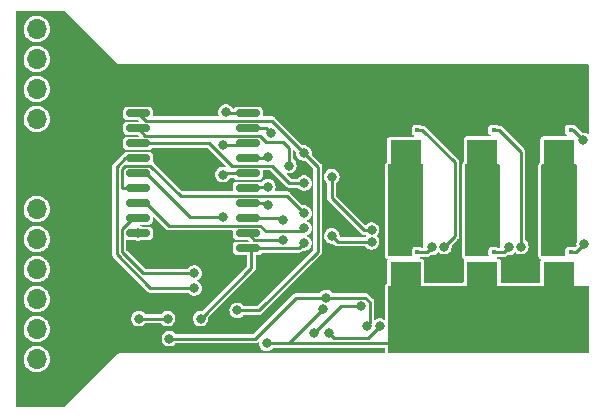
<source format=gbl>
G04 #@! TF.GenerationSoftware,KiCad,Pcbnew,6.0.1-79c1e3a40b~116~ubuntu21.04.1*
G04 #@! TF.CreationDate,2022-02-15T19:11:40-05:00*
G04 #@! TF.ProjectId,ESC_driver,4553435f-6472-4697-9665-722e6b696361,rev?*
G04 #@! TF.SameCoordinates,Original*
G04 #@! TF.FileFunction,Copper,L2,Bot*
G04 #@! TF.FilePolarity,Positive*
%FSLAX46Y46*%
G04 Gerber Fmt 4.6, Leading zero omitted, Abs format (unit mm)*
G04 Created by KiCad (PCBNEW 6.0.1-79c1e3a40b~116~ubuntu21.04.1) date 2022-02-15 19:11:40*
%MOMM*%
%LPD*%
G01*
G04 APERTURE LIST*
G04 Aperture macros list*
%AMRoundRect*
0 Rectangle with rounded corners*
0 $1 Rounding radius*
0 $2 $3 $4 $5 $6 $7 $8 $9 X,Y pos of 4 corners*
0 Add a 4 corners polygon primitive as box body*
4,1,4,$2,$3,$4,$5,$6,$7,$8,$9,$2,$3,0*
0 Add four circle primitives for the rounded corners*
1,1,$1+$1,$2,$3*
1,1,$1+$1,$4,$5*
1,1,$1+$1,$6,$7*
1,1,$1+$1,$8,$9*
0 Add four rect primitives between the rounded corners*
20,1,$1+$1,$2,$3,$4,$5,0*
20,1,$1+$1,$4,$5,$6,$7,0*
20,1,$1+$1,$6,$7,$8,$9,0*
20,1,$1+$1,$8,$9,$2,$3,0*%
G04 Aperture macros list end*
G04 #@! TA.AperFunction,ComponentPad*
%ADD10R,1.700000X1.700000*%
G04 #@! TD*
G04 #@! TA.AperFunction,ComponentPad*
%ADD11O,1.700000X1.700000*%
G04 #@! TD*
G04 #@! TA.AperFunction,SMDPad,CuDef*
%ADD12R,0.400000X0.400000*%
G04 #@! TD*
G04 #@! TA.AperFunction,SMDPad,CuDef*
%ADD13R,2.650000X2.200000*%
G04 #@! TD*
G04 #@! TA.AperFunction,SMDPad,CuDef*
%ADD14RoundRect,0.150000X0.875000X0.150000X-0.875000X0.150000X-0.875000X-0.150000X0.875000X-0.150000X0*%
G04 #@! TD*
G04 #@! TA.AperFunction,ViaPad*
%ADD15C,0.800000*%
G04 #@! TD*
G04 #@! TA.AperFunction,Conductor*
%ADD16C,0.250000*%
G04 #@! TD*
G04 APERTURE END LIST*
D10*
X97175000Y-158999000D03*
D11*
X97175000Y-156459000D03*
X97175000Y-153919000D03*
X97175000Y-151379000D03*
X97175000Y-148839000D03*
X97175000Y-146299000D03*
X97175000Y-143759000D03*
D10*
X97175000Y-138679000D03*
D11*
X97175000Y-136139000D03*
X97175000Y-133599000D03*
X97175000Y-131059000D03*
X97175000Y-128519000D03*
D12*
X128720000Y-147412000D03*
X127420000Y-147412000D03*
X128070000Y-147412000D03*
X129370000Y-147412000D03*
D13*
X128395000Y-149312000D03*
D12*
X129370000Y-150562000D03*
X128720000Y-150562000D03*
X128070000Y-150562000D03*
X127420000Y-150562000D03*
X135220000Y-147412000D03*
X134570000Y-147412000D03*
X133920000Y-147412000D03*
X135870000Y-147412000D03*
D13*
X134895000Y-149312000D03*
D12*
X135220000Y-150562000D03*
X134570000Y-150562000D03*
X133920000Y-150562000D03*
X135870000Y-150562000D03*
X141720000Y-147412000D03*
X141070000Y-147412000D03*
X140420000Y-147412000D03*
X142370000Y-147412000D03*
X142370000Y-150562000D03*
X141070000Y-150562000D03*
D13*
X141395000Y-149312000D03*
D12*
X141720000Y-150562000D03*
X140420000Y-150562000D03*
X128720000Y-137087000D03*
X127420000Y-137087000D03*
X128070000Y-137087000D03*
X129370000Y-137087000D03*
D13*
X128395000Y-138987000D03*
D12*
X127420000Y-140237000D03*
X128720000Y-140237000D03*
X129370000Y-140237000D03*
X128070000Y-140237000D03*
X135220000Y-137072000D03*
X134570000Y-137072000D03*
X133920000Y-137072000D03*
X135870000Y-137072000D03*
X135870000Y-140222000D03*
X135220000Y-140222000D03*
X133920000Y-140222000D03*
X134570000Y-140222000D03*
D13*
X134895000Y-138972000D03*
D12*
X140420000Y-137072000D03*
X141720000Y-137072000D03*
X141070000Y-137072000D03*
X142370000Y-137072000D03*
D13*
X141395000Y-138972000D03*
D12*
X140420000Y-140222000D03*
X141720000Y-140222000D03*
X141070000Y-140222000D03*
X142370000Y-140222000D03*
D14*
X115033000Y-135636000D03*
X115033000Y-136906000D03*
X115033000Y-138176000D03*
X115033000Y-139446000D03*
X115033000Y-140716000D03*
X115033000Y-141986000D03*
X115033000Y-143256000D03*
X115033000Y-144526000D03*
X115033000Y-145796000D03*
X115033000Y-147066000D03*
X105733000Y-147066000D03*
X105733000Y-145796000D03*
X105733000Y-144526000D03*
X105733000Y-143256000D03*
X105733000Y-141986000D03*
X105733000Y-140716000D03*
X105733000Y-139446000D03*
X105733000Y-138176000D03*
X105733000Y-136906000D03*
X105733000Y-135636000D03*
D15*
X110495000Y-146642000D03*
X113170000Y-147450000D03*
X114145000Y-152337000D03*
X119795000Y-139022000D03*
X128445000Y-145537000D03*
X128395000Y-138987000D03*
X119795000Y-141562000D03*
X125520000Y-145537000D03*
X122145000Y-141024500D03*
X112923000Y-144399000D03*
X125520000Y-146537000D03*
X134895000Y-138972000D03*
X119795000Y-145372000D03*
X134945000Y-145537000D03*
X122145000Y-146024500D03*
X111045000Y-153037000D03*
X119795000Y-146642000D03*
X141395000Y-138972000D03*
X121669999Y-151261999D03*
X118003000Y-144653000D03*
X108395000Y-154737000D03*
X125145000Y-153637000D03*
X141445000Y-145437000D03*
X130645000Y-146987000D03*
X137145000Y-146987000D03*
X143520000Y-146737000D03*
X105811000Y-153035000D03*
X116645000Y-155137000D03*
X105733000Y-145796000D03*
X121395000Y-152237000D03*
X108245000Y-153037000D03*
X131645000Y-146937000D03*
X138145000Y-146937000D03*
X143445000Y-137937000D03*
X118511000Y-140081000D03*
X110495000Y-150452000D03*
X120645000Y-154237000D03*
X124645000Y-151987000D03*
X119795000Y-144102000D03*
X126207653Y-153674347D03*
X121895000Y-154237000D03*
X110495000Y-149182000D03*
X118003000Y-146341500D03*
X116733000Y-143383000D03*
X113177000Y-135556980D03*
X112923000Y-138303000D03*
X112923000Y-140843000D03*
X116987000Y-137287000D03*
X116733000Y-139319000D03*
X116733000Y-141859000D03*
D16*
X105733000Y-147066000D02*
X110071000Y-147066000D01*
X110071000Y-147066000D02*
X110495000Y-146642000D01*
X120970011Y-140197011D02*
X120970010Y-147361990D01*
X117054480Y-136281480D02*
X119795000Y-139022000D01*
X106378480Y-136281480D02*
X117054480Y-136281480D01*
X119795000Y-138701928D02*
X119795000Y-139022000D01*
X119795000Y-139022000D02*
X120970011Y-140197011D01*
X120970010Y-147361990D02*
X115995000Y-152337000D01*
X105733000Y-135636000D02*
X106378480Y-136281480D01*
X115995000Y-152337000D02*
X114145000Y-152337000D01*
X119795000Y-141562000D02*
X118551592Y-141562000D01*
X124845000Y-145537000D02*
X125520000Y-145537000D01*
X122145000Y-142837000D02*
X124845000Y-145537000D01*
X128070000Y-139312000D02*
X128395000Y-138987000D01*
X122145000Y-141024500D02*
X122145000Y-142837000D01*
X117070592Y-140081000D02*
X113676386Y-140081000D01*
X113676386Y-140081000D02*
X111771386Y-138176000D01*
X111771386Y-138176000D02*
X105733000Y-138176000D01*
X118551592Y-141562000D02*
X117070592Y-140081000D01*
X127420000Y-146562000D02*
X128445000Y-145537000D01*
X128070000Y-140237000D02*
X128070000Y-139312000D01*
X127420000Y-147412000D02*
X127420000Y-146562000D01*
X112923000Y-144399000D02*
X110129000Y-144399000D01*
X105918480Y-140530520D02*
X106260520Y-140530520D01*
X105733000Y-140716000D02*
X105918480Y-140530520D01*
X106260520Y-140530520D02*
X110129000Y-144399000D01*
X133920000Y-146562000D02*
X134945000Y-145537000D01*
X108361480Y-145171480D02*
X106446000Y-143256000D01*
X116550061Y-145616989D02*
X116104552Y-145171480D01*
X122657503Y-146537003D02*
X124845000Y-146537003D01*
X106446000Y-143256000D02*
X105733000Y-143256000D01*
X134570000Y-139297000D02*
X134895000Y-138972000D01*
X119550011Y-145616989D02*
X116550061Y-145616989D01*
X133920000Y-146912000D02*
X133920000Y-146562000D01*
X124845003Y-146537000D02*
X124845000Y-146537003D01*
X134570000Y-140222000D02*
X134570000Y-139297000D01*
X116104552Y-145171480D02*
X108361480Y-145171480D01*
X133920000Y-147412000D02*
X133920000Y-146912000D01*
X125520000Y-146537000D02*
X124845003Y-146537000D01*
X119795000Y-145372000D02*
X119550011Y-145616989D01*
X122145000Y-146024500D02*
X122657503Y-146537003D01*
X111045000Y-153037000D02*
X115345000Y-148737000D01*
X119371000Y-147066000D02*
X115033000Y-147066000D01*
X115345000Y-148737000D02*
X115345000Y-147378000D01*
X119795000Y-146642000D02*
X119371000Y-147066000D01*
X115345000Y-147378000D02*
X115033000Y-147066000D01*
X119120001Y-151261999D02*
X121669999Y-151261999D01*
X141445000Y-147037000D02*
X141070000Y-147412000D01*
X124993001Y-151261999D02*
X125370001Y-151638999D01*
X115645000Y-154737000D02*
X119120001Y-151261999D01*
X121669999Y-151261999D02*
X124993001Y-151261999D01*
X108395000Y-154737000D02*
X115645000Y-154737000D01*
X141070000Y-140222000D02*
X141070000Y-139297000D01*
X125370001Y-151638999D02*
X125370001Y-153411999D01*
X117876000Y-144526000D02*
X118003000Y-144653000D01*
X125370001Y-153411999D02*
X125145000Y-153637000D01*
X141070000Y-139297000D02*
X141395000Y-138972000D01*
X141445000Y-145437000D02*
X141445000Y-147037000D01*
X115033000Y-144526000D02*
X117876000Y-144526000D01*
X129370000Y-147412000D02*
X130220000Y-147412000D01*
X130220000Y-147412000D02*
X130645000Y-146987000D01*
X135870000Y-147412000D02*
X136720000Y-147412000D01*
X136720000Y-147412000D02*
X137145000Y-146987000D01*
X142845000Y-147412000D02*
X143520000Y-146737000D01*
X142370000Y-147412000D02*
X142845000Y-147412000D01*
X141070000Y-149637000D02*
X141395000Y-149312000D01*
X134570000Y-149637000D02*
X134895000Y-149312000D01*
X141070000Y-150562000D02*
X141070000Y-149637000D01*
X128845000Y-155137000D02*
X128395000Y-154687000D01*
X108243000Y-153035000D02*
X108245000Y-153037000D01*
X116645000Y-155137000D02*
X128845000Y-155137000D01*
X134570000Y-150562000D02*
X134570000Y-149637000D01*
X121395000Y-152237000D02*
X118495000Y-155137000D01*
X105733000Y-145796000D02*
X106159072Y-145796000D01*
X128395000Y-154687000D02*
X128395000Y-149312000D01*
X105811000Y-153035000D02*
X108243000Y-153035000D01*
X131645000Y-146937000D02*
X132545000Y-146037000D01*
X132545000Y-146037000D02*
X132545000Y-139812000D01*
X132545000Y-139812000D02*
X129820000Y-137087000D01*
X129820000Y-137087000D02*
X129370000Y-137087000D01*
X138145000Y-146937000D02*
X138145000Y-138897000D01*
X136320000Y-137072000D02*
X135870000Y-137072000D01*
X138145000Y-138897000D02*
X136320000Y-137072000D01*
X142370000Y-137072000D02*
X142580000Y-137072000D01*
X142580000Y-137072000D02*
X143445000Y-137937000D01*
X118003000Y-138049000D02*
X118511000Y-138557000D01*
X118511000Y-138557000D02*
X118511000Y-140081000D01*
X116602072Y-138049000D02*
X118003000Y-138049000D01*
X116094072Y-137541000D02*
X116602072Y-138049000D01*
X106368000Y-137541000D02*
X116094072Y-137541000D01*
X105733000Y-136906000D02*
X106368000Y-137541000D01*
X104671211Y-139446000D02*
X103933960Y-140183251D01*
X106784000Y-150452000D02*
X110495000Y-150452000D01*
X103933960Y-147601960D02*
X106784000Y-150452000D01*
X105733000Y-139446000D02*
X104671211Y-139446000D01*
X120645000Y-154237000D02*
X122895000Y-151987000D01*
X122895000Y-151987000D02*
X124645000Y-151987000D01*
X103933960Y-140183251D02*
X103933960Y-147601960D01*
X118324480Y-142631480D02*
X109344552Y-142631480D01*
X104671928Y-140081000D02*
X104383480Y-140369448D01*
X106794072Y-140081000D02*
X104671928Y-140081000D01*
X104383480Y-140369448D02*
X104383480Y-141955480D01*
X104414000Y-141986000D02*
X105733000Y-141986000D01*
X104383480Y-141955480D02*
X104414000Y-141986000D01*
X119795000Y-144102000D02*
X118324480Y-142631480D01*
X109344552Y-142631480D02*
X106794072Y-140081000D01*
X104383480Y-145449448D02*
X105306928Y-144526000D01*
X122294999Y-154636999D02*
X121895000Y-154237000D01*
X126207653Y-153674347D02*
X125245001Y-154636999D01*
X104383480Y-147412552D02*
X104383480Y-145449448D01*
X110495000Y-149182000D02*
X106152928Y-149182000D01*
X106152928Y-149182000D02*
X104383480Y-147412552D01*
X105306928Y-144526000D02*
X105733000Y-144526000D01*
X125245001Y-154636999D02*
X122294999Y-154636999D01*
X115578500Y-146341500D02*
X115033000Y-145796000D01*
X118003000Y-146341500D02*
X115578500Y-146341500D01*
X116606000Y-143256000D02*
X116733000Y-143383000D01*
X115033000Y-143256000D02*
X116606000Y-143256000D01*
X115033000Y-135636000D02*
X113256020Y-135636000D01*
X113256020Y-135636000D02*
X113177000Y-135556980D01*
X112923000Y-138303000D02*
X114906000Y-138303000D01*
X114906000Y-138303000D02*
X115033000Y-138176000D01*
X115033000Y-140716000D02*
X113050000Y-140716000D01*
X113050000Y-140716000D02*
X112923000Y-140843000D01*
X115033000Y-136906000D02*
X116606000Y-136906000D01*
X116606000Y-136906000D02*
X116987000Y-137287000D01*
X116606000Y-139446000D02*
X116733000Y-139319000D01*
X115033000Y-139446000D02*
X116606000Y-139446000D01*
X115160000Y-141859000D02*
X115033000Y-141986000D01*
X116733000Y-141859000D02*
X115160000Y-141859000D01*
G04 #@! TA.AperFunction,Conductor*
G36*
X142880648Y-140001352D02*
G01*
X142895000Y-140036000D01*
X142895000Y-146523451D01*
X142891653Y-146541250D01*
X142879455Y-146572536D01*
X142858714Y-146730075D01*
X142859038Y-146733009D01*
X142868927Y-146822581D01*
X142858464Y-146858595D01*
X142854871Y-146862606D01*
X142744683Y-146972795D01*
X142710035Y-146987147D01*
X142682811Y-146978888D01*
X142674095Y-146973064D01*
X142674093Y-146973063D01*
X142670081Y-146970382D01*
X142621112Y-146960642D01*
X142597617Y-146955968D01*
X142597615Y-146955968D01*
X142595263Y-146955500D01*
X142592860Y-146955500D01*
X142370001Y-146955501D01*
X142144738Y-146955501D01*
X142142387Y-146955969D01*
X142142383Y-146955969D01*
X142094500Y-146965493D01*
X142069919Y-146970382D01*
X142065908Y-146973062D01*
X142065906Y-146973063D01*
X142023752Y-147001230D01*
X141985074Y-147027074D01*
X141928382Y-147111919D01*
X141913500Y-147186737D01*
X141913501Y-147637262D01*
X141913970Y-147639619D01*
X141921691Y-147678442D01*
X141914373Y-147715224D01*
X141883190Y-147736059D01*
X141873632Y-147737000D01*
X139944000Y-147737000D01*
X139909352Y-147722648D01*
X139895000Y-147688000D01*
X139895000Y-140036000D01*
X139909352Y-140001352D01*
X139944000Y-139987000D01*
X142846000Y-139987000D01*
X142880648Y-140001352D01*
G37*
G04 #@! TD.AperFunction*
G04 #@! TA.AperFunction,Conductor*
G36*
X136380648Y-140001352D02*
G01*
X136395000Y-140036000D01*
X136395000Y-146981500D01*
X136380648Y-147016148D01*
X136346000Y-147030500D01*
X136274917Y-147030500D01*
X136247694Y-147022242D01*
X136174094Y-146973063D01*
X136174092Y-146973062D01*
X136170081Y-146970382D01*
X136121112Y-146960642D01*
X136097617Y-146955968D01*
X136097615Y-146955968D01*
X136095263Y-146955500D01*
X136092860Y-146955500D01*
X135870001Y-146955501D01*
X135644738Y-146955501D01*
X135642387Y-146955969D01*
X135642383Y-146955969D01*
X135594500Y-146965493D01*
X135569919Y-146970382D01*
X135565908Y-146973062D01*
X135565906Y-146973063D01*
X135501741Y-147015938D01*
X135485074Y-147027074D01*
X135428382Y-147111919D01*
X135413500Y-147186737D01*
X135413501Y-147637262D01*
X135413970Y-147639619D01*
X135421691Y-147678442D01*
X135414373Y-147715224D01*
X135383190Y-147736059D01*
X135373632Y-147737000D01*
X133444000Y-147737000D01*
X133409352Y-147722648D01*
X133395000Y-147688000D01*
X133395000Y-140036000D01*
X133409352Y-140001352D01*
X133444000Y-139987000D01*
X136346000Y-139987000D01*
X136380648Y-140001352D01*
G37*
G04 #@! TD.AperFunction*
G04 #@! TA.AperFunction,Conductor*
G36*
X129880648Y-140001352D02*
G01*
X129895000Y-140036000D01*
X129895000Y-146981500D01*
X129880648Y-147016148D01*
X129846000Y-147030500D01*
X129774917Y-147030500D01*
X129747694Y-147022242D01*
X129674094Y-146973063D01*
X129674092Y-146973062D01*
X129670081Y-146970382D01*
X129621112Y-146960642D01*
X129597617Y-146955968D01*
X129597615Y-146955968D01*
X129595263Y-146955500D01*
X129592860Y-146955500D01*
X129370001Y-146955501D01*
X129144738Y-146955501D01*
X129142387Y-146955969D01*
X129142383Y-146955969D01*
X129094500Y-146965493D01*
X129069919Y-146970382D01*
X129065908Y-146973062D01*
X129065906Y-146973063D01*
X129001741Y-147015938D01*
X128985074Y-147027074D01*
X128928382Y-147111919D01*
X128913500Y-147186737D01*
X128913501Y-147637262D01*
X128913970Y-147639619D01*
X128921691Y-147678442D01*
X128914373Y-147715224D01*
X128883190Y-147736059D01*
X128873632Y-147737000D01*
X126944000Y-147737000D01*
X126909352Y-147722648D01*
X126895000Y-147688000D01*
X126895000Y-140036000D01*
X126909352Y-140001352D01*
X126944000Y-139987000D01*
X129846000Y-139987000D01*
X129880648Y-140001352D01*
G37*
G04 #@! TD.AperFunction*
G04 #@! TA.AperFunction,Conductor*
G36*
X143874648Y-150251352D02*
G01*
X143889000Y-150286000D01*
X143889000Y-155932000D01*
X143874648Y-155966648D01*
X143840000Y-155981000D01*
X126944000Y-155981000D01*
X126909352Y-155966648D01*
X126895000Y-155932000D01*
X126895000Y-150286000D01*
X126909352Y-150251352D01*
X126944000Y-150237000D01*
X143840000Y-150237000D01*
X143874648Y-150251352D01*
G37*
G04 #@! TD.AperFunction*
G04 #@! TA.AperFunction,Conductor*
G36*
X99553313Y-127007352D02*
G01*
X103942742Y-131396781D01*
X103948836Y-131404206D01*
X103960435Y-131421565D01*
X103964446Y-131424245D01*
X103964448Y-131424247D01*
X103981802Y-131435843D01*
X103981808Y-131435847D01*
X104045114Y-131478146D01*
X104119788Y-131493000D01*
X104119792Y-131493001D01*
X104119792Y-131493000D01*
X104145000Y-131498014D01*
X104165477Y-131493941D01*
X104175036Y-131493000D01*
X143840000Y-131493000D01*
X143874648Y-131507352D01*
X143889000Y-131542000D01*
X143889000Y-137347817D01*
X143874648Y-137382465D01*
X143840000Y-137396817D01*
X143817074Y-137391123D01*
X143681997Y-137319603D01*
X143527886Y-137280893D01*
X143447159Y-137280470D01*
X143371943Y-137280076D01*
X143371939Y-137280076D01*
X143368990Y-137280061D01*
X143366117Y-137280751D01*
X143366115Y-137280751D01*
X143362281Y-137281671D01*
X143325240Y-137275804D01*
X143316196Y-137268673D01*
X142882248Y-136834725D01*
X142875731Y-136826656D01*
X142868270Y-136815100D01*
X142868266Y-136815096D01*
X142866071Y-136811696D01*
X142854994Y-136802963D01*
X142835966Y-136787963D01*
X142831654Y-136784131D01*
X142827352Y-136779829D01*
X142814636Y-136770742D01*
X142802383Y-136758098D01*
X142783619Y-136730015D01*
X142754926Y-136687074D01*
X142738259Y-136675938D01*
X142674094Y-136633063D01*
X142674092Y-136633062D01*
X142670081Y-136630382D01*
X142621112Y-136620642D01*
X142597617Y-136615968D01*
X142597615Y-136615968D01*
X142595263Y-136615500D01*
X142592860Y-136615500D01*
X142370001Y-136615501D01*
X142144738Y-136615501D01*
X142142387Y-136615969D01*
X142142383Y-136615969D01*
X142095063Y-136625381D01*
X142069919Y-136630382D01*
X142065908Y-136633062D01*
X142065906Y-136633063D01*
X142001741Y-136675938D01*
X141985074Y-136687074D01*
X141982394Y-136691085D01*
X141931347Y-136767482D01*
X141928382Y-136771919D01*
X141925191Y-136787963D01*
X141914511Y-136841656D01*
X141913500Y-136846737D01*
X141913501Y-137297262D01*
X141928382Y-137372081D01*
X141931062Y-137376092D01*
X141931063Y-137376094D01*
X141944910Y-137396817D01*
X141985074Y-137456926D01*
X141989085Y-137459606D01*
X142065906Y-137510937D01*
X142065908Y-137510938D01*
X142069919Y-137513618D01*
X142094167Y-137518441D01*
X142125350Y-137539277D01*
X142132667Y-137576059D01*
X142111831Y-137607242D01*
X142084608Y-137615500D01*
X140056898Y-137615501D01*
X140044738Y-137615501D01*
X140042387Y-137615969D01*
X140042383Y-137615969D01*
X140010845Y-137622242D01*
X139969919Y-137630382D01*
X139965908Y-137633062D01*
X139965906Y-137633063D01*
X139914368Y-137667500D01*
X139885074Y-137687074D01*
X139828382Y-137771919D01*
X139813500Y-137846737D01*
X139813500Y-137849140D01*
X139813501Y-139737234D01*
X139799149Y-139771882D01*
X139791727Y-139777974D01*
X139728334Y-139820331D01*
X139672840Y-139903383D01*
X139658488Y-139938031D01*
X139658018Y-139940394D01*
X139658017Y-139940397D01*
X139651681Y-139972252D01*
X139639000Y-140036000D01*
X139639000Y-147688000D01*
X139646806Y-147727243D01*
X139657981Y-147783418D01*
X139658488Y-147785969D01*
X139672840Y-147820617D01*
X139728331Y-147903666D01*
X139811383Y-147959160D01*
X139845539Y-147973308D01*
X139846031Y-147973512D01*
X139845969Y-147973661D01*
X139874156Y-147996796D01*
X139877831Y-148034119D01*
X139871685Y-148047112D01*
X139828382Y-148111919D01*
X139813500Y-148186737D01*
X139813500Y-148189140D01*
X139813501Y-149932000D01*
X139799149Y-149966648D01*
X139764501Y-149981000D01*
X136525500Y-149981000D01*
X136490852Y-149966648D01*
X136476500Y-149932000D01*
X136476499Y-148189141D01*
X136476499Y-148186738D01*
X136461618Y-148111919D01*
X136435341Y-148072592D01*
X136407606Y-148031085D01*
X136404926Y-148027074D01*
X136352111Y-147991784D01*
X136324094Y-147973063D01*
X136324092Y-147973062D01*
X136320081Y-147970382D01*
X136268294Y-147960081D01*
X136247617Y-147955968D01*
X136247615Y-147955968D01*
X136245263Y-147955500D01*
X136155391Y-147955500D01*
X136120743Y-147941148D01*
X136106391Y-147906500D01*
X136120743Y-147871852D01*
X136145832Y-147858441D01*
X136149331Y-147857745D01*
X136170081Y-147853618D01*
X136174092Y-147850938D01*
X136174094Y-147850937D01*
X136219470Y-147820617D01*
X136247695Y-147801758D01*
X136274917Y-147793500D01*
X136674062Y-147793500D01*
X136684366Y-147794596D01*
X136701780Y-147798345D01*
X136739845Y-147793840D01*
X136745604Y-147793500D01*
X136751692Y-147793500D01*
X136772663Y-147790010D01*
X136774908Y-147789691D01*
X136827907Y-147783418D01*
X136831556Y-147781666D01*
X136835449Y-147780535D01*
X136835494Y-147780689D01*
X136837508Y-147780052D01*
X136837456Y-147779899D01*
X136841287Y-147778587D01*
X136845283Y-147777922D01*
X136892240Y-147752585D01*
X136894286Y-147751543D01*
X136942398Y-147728440D01*
X136946692Y-147724830D01*
X136946697Y-147724836D01*
X136950422Y-147722184D01*
X136950293Y-147722017D01*
X136953492Y-147719536D01*
X136957057Y-147717612D01*
X136994882Y-147676693D01*
X136996216Y-147675306D01*
X137015558Y-147655964D01*
X137050206Y-147641612D01*
X137053974Y-147641869D01*
X137055248Y-147642203D01*
X137136319Y-147643477D01*
X137211176Y-147644653D01*
X137211179Y-147644653D01*
X137214127Y-147644699D01*
X137217004Y-147644040D01*
X137217005Y-147644040D01*
X137366130Y-147609886D01*
X137366132Y-147609885D01*
X137369015Y-147609225D01*
X137371656Y-147607897D01*
X137371658Y-147607896D01*
X137464432Y-147561235D01*
X137510970Y-147537829D01*
X137617119Y-147447169D01*
X137629555Y-147436548D01*
X137629556Y-147436547D01*
X137631797Y-147434633D01*
X137633517Y-147432239D01*
X137635521Y-147430060D01*
X137636318Y-147430793D01*
X137665012Y-147412997D01*
X137701525Y-147421557D01*
X137705911Y-147425107D01*
X137761909Y-147476062D01*
X137764502Y-147477470D01*
X137764505Y-147477472D01*
X137865204Y-147532147D01*
X137901551Y-147551882D01*
X138055248Y-147592203D01*
X138143536Y-147593590D01*
X138211176Y-147594653D01*
X138211179Y-147594653D01*
X138214127Y-147594699D01*
X138217004Y-147594040D01*
X138217005Y-147594040D01*
X138366130Y-147559886D01*
X138366132Y-147559885D01*
X138369015Y-147559225D01*
X138371656Y-147557897D01*
X138371658Y-147557896D01*
X138442131Y-147522451D01*
X138510970Y-147487829D01*
X138631797Y-147384633D01*
X138701358Y-147287829D01*
X138722796Y-147257995D01*
X138722797Y-147257993D01*
X138724521Y-147255594D01*
X138783788Y-147108163D01*
X138806177Y-146950850D01*
X138806322Y-146937000D01*
X138787232Y-146779253D01*
X138776550Y-146750982D01*
X138732111Y-146633377D01*
X138732110Y-146633376D01*
X138731066Y-146630612D01*
X138641065Y-146499660D01*
X138638860Y-146497696D01*
X138638857Y-146497692D01*
X138542904Y-146412202D01*
X138526500Y-146375617D01*
X138526500Y-138942942D01*
X138527598Y-138932629D01*
X138530493Y-138919184D01*
X138530493Y-138919182D01*
X138531346Y-138915220D01*
X138526840Y-138877148D01*
X138526500Y-138871390D01*
X138526500Y-138865308D01*
X138523014Y-138844366D01*
X138522689Y-138842079D01*
X138516894Y-138793115D01*
X138516418Y-138789093D01*
X138514666Y-138785444D01*
X138513535Y-138781551D01*
X138513689Y-138781506D01*
X138513052Y-138779492D01*
X138512899Y-138779544D01*
X138511587Y-138775713D01*
X138510922Y-138771717D01*
X138485585Y-138724760D01*
X138484537Y-138722703D01*
X138482460Y-138718377D01*
X138461440Y-138674602D01*
X138459460Y-138672246D01*
X138458514Y-138671120D01*
X138458508Y-138671113D01*
X138457831Y-138670308D01*
X138457839Y-138670301D01*
X138455188Y-138666577D01*
X138455019Y-138666708D01*
X138452533Y-138663504D01*
X138450612Y-138659943D01*
X138409707Y-138622131D01*
X138408320Y-138620797D01*
X136622248Y-136834725D01*
X136615731Y-136826656D01*
X136608270Y-136815100D01*
X136608266Y-136815096D01*
X136606071Y-136811696D01*
X136594994Y-136802963D01*
X136575966Y-136787963D01*
X136571654Y-136784131D01*
X136567352Y-136779829D01*
X136562906Y-136776652D01*
X136550075Y-136767482D01*
X136548230Y-136766097D01*
X136519947Y-136743801D01*
X136506330Y-136733066D01*
X136502509Y-136731724D01*
X136498959Y-136729772D01*
X136499035Y-136729633D01*
X136497156Y-136728657D01*
X136497086Y-136728801D01*
X136493453Y-136727021D01*
X136490157Y-136724666D01*
X136439044Y-136709380D01*
X136436848Y-136708666D01*
X136428015Y-136705564D01*
X136386498Y-136690984D01*
X136380998Y-136690508D01*
X136380994Y-136690507D01*
X136380909Y-136690500D01*
X136380910Y-136690493D01*
X136376403Y-136689734D01*
X136376377Y-136689943D01*
X136372355Y-136689435D01*
X136368476Y-136688275D01*
X136364428Y-136688434D01*
X136312821Y-136690462D01*
X136310897Y-136690500D01*
X136274917Y-136690500D01*
X136247694Y-136682242D01*
X136174094Y-136633063D01*
X136174092Y-136633062D01*
X136170081Y-136630382D01*
X136121112Y-136620642D01*
X136097617Y-136615968D01*
X136097615Y-136615968D01*
X136095263Y-136615500D01*
X136092860Y-136615500D01*
X135870001Y-136615501D01*
X135644738Y-136615501D01*
X135642387Y-136615969D01*
X135642383Y-136615969D01*
X135595063Y-136625381D01*
X135569919Y-136630382D01*
X135565908Y-136633062D01*
X135565906Y-136633063D01*
X135501741Y-136675938D01*
X135485074Y-136687074D01*
X135482394Y-136691085D01*
X135431347Y-136767482D01*
X135428382Y-136771919D01*
X135425191Y-136787963D01*
X135414511Y-136841656D01*
X135413500Y-136846737D01*
X135413501Y-137297262D01*
X135428382Y-137372081D01*
X135431062Y-137376092D01*
X135431063Y-137376094D01*
X135444910Y-137396817D01*
X135485074Y-137456926D01*
X135489085Y-137459606D01*
X135565906Y-137510937D01*
X135565908Y-137510938D01*
X135569919Y-137513618D01*
X135594167Y-137518441D01*
X135625350Y-137539277D01*
X135632667Y-137576059D01*
X135611831Y-137607242D01*
X135584608Y-137615500D01*
X133554525Y-137615501D01*
X133544738Y-137615501D01*
X133542387Y-137615969D01*
X133542383Y-137615969D01*
X133510845Y-137622242D01*
X133469919Y-137630382D01*
X133465908Y-137633062D01*
X133465906Y-137633063D01*
X133414368Y-137667500D01*
X133385074Y-137687074D01*
X133328382Y-137771919D01*
X133313500Y-137846737D01*
X133313500Y-137849140D01*
X133313501Y-139737234D01*
X133299149Y-139771882D01*
X133291727Y-139777974D01*
X133228334Y-139820331D01*
X133172840Y-139903383D01*
X133158488Y-139938031D01*
X133158018Y-139940394D01*
X133158017Y-139940397D01*
X133151681Y-139972252D01*
X133139000Y-140036000D01*
X133139000Y-147688000D01*
X133146806Y-147727243D01*
X133157981Y-147783418D01*
X133158488Y-147785969D01*
X133172840Y-147820617D01*
X133228331Y-147903666D01*
X133311383Y-147959160D01*
X133345539Y-147973308D01*
X133346031Y-147973512D01*
X133345969Y-147973661D01*
X133374156Y-147996796D01*
X133377831Y-148034119D01*
X133371685Y-148047112D01*
X133328382Y-148111919D01*
X133313500Y-148186737D01*
X133313500Y-148189140D01*
X133313501Y-149932000D01*
X133299149Y-149966648D01*
X133264501Y-149981000D01*
X130025500Y-149981000D01*
X129990852Y-149966648D01*
X129976500Y-149932000D01*
X129976499Y-148189141D01*
X129976499Y-148186738D01*
X129961618Y-148111919D01*
X129935341Y-148072592D01*
X129907606Y-148031085D01*
X129904926Y-148027074D01*
X129852111Y-147991784D01*
X129824094Y-147973063D01*
X129824092Y-147973062D01*
X129820081Y-147970382D01*
X129768294Y-147960081D01*
X129747617Y-147955968D01*
X129747615Y-147955968D01*
X129745263Y-147955500D01*
X129655391Y-147955500D01*
X129620743Y-147941148D01*
X129606391Y-147906500D01*
X129620743Y-147871852D01*
X129645832Y-147858441D01*
X129649331Y-147857745D01*
X129670081Y-147853618D01*
X129674092Y-147850938D01*
X129674094Y-147850937D01*
X129719470Y-147820617D01*
X129747695Y-147801758D01*
X129774917Y-147793500D01*
X130174062Y-147793500D01*
X130184366Y-147794596D01*
X130201780Y-147798345D01*
X130239845Y-147793840D01*
X130245604Y-147793500D01*
X130251692Y-147793500D01*
X130272663Y-147790010D01*
X130274908Y-147789691D01*
X130327907Y-147783418D01*
X130331556Y-147781666D01*
X130335449Y-147780535D01*
X130335494Y-147780689D01*
X130337508Y-147780052D01*
X130337456Y-147779899D01*
X130341287Y-147778587D01*
X130345283Y-147777922D01*
X130392240Y-147752585D01*
X130394286Y-147751543D01*
X130442398Y-147728440D01*
X130446692Y-147724830D01*
X130446697Y-147724836D01*
X130450422Y-147722184D01*
X130450293Y-147722017D01*
X130453492Y-147719536D01*
X130457057Y-147717612D01*
X130494882Y-147676693D01*
X130496216Y-147675306D01*
X130515558Y-147655964D01*
X130550206Y-147641612D01*
X130553974Y-147641869D01*
X130555248Y-147642203D01*
X130636319Y-147643477D01*
X130711176Y-147644653D01*
X130711179Y-147644653D01*
X130714127Y-147644699D01*
X130717004Y-147644040D01*
X130717005Y-147644040D01*
X130866130Y-147609886D01*
X130866132Y-147609885D01*
X130869015Y-147609225D01*
X130871656Y-147607897D01*
X130871658Y-147607896D01*
X130964432Y-147561235D01*
X131010970Y-147537829D01*
X131117119Y-147447169D01*
X131129555Y-147436548D01*
X131129556Y-147436547D01*
X131131797Y-147434633D01*
X131133517Y-147432239D01*
X131135521Y-147430060D01*
X131136318Y-147430793D01*
X131165012Y-147412997D01*
X131201525Y-147421557D01*
X131205911Y-147425107D01*
X131261909Y-147476062D01*
X131264502Y-147477470D01*
X131264505Y-147477472D01*
X131365204Y-147532147D01*
X131401551Y-147551882D01*
X131555248Y-147592203D01*
X131643536Y-147593590D01*
X131711176Y-147594653D01*
X131711179Y-147594653D01*
X131714127Y-147594699D01*
X131717004Y-147594040D01*
X131717005Y-147594040D01*
X131866130Y-147559886D01*
X131866132Y-147559885D01*
X131869015Y-147559225D01*
X131871656Y-147557897D01*
X131871658Y-147557896D01*
X131942131Y-147522451D01*
X132010970Y-147487829D01*
X132131797Y-147384633D01*
X132201358Y-147287829D01*
X132222796Y-147257995D01*
X132222797Y-147257993D01*
X132224521Y-147255594D01*
X132283788Y-147108163D01*
X132306177Y-146950850D01*
X132306322Y-146937000D01*
X132296038Y-146852022D01*
X132306123Y-146815900D01*
X132310035Y-146811487D01*
X132540240Y-146581283D01*
X132782277Y-146339246D01*
X132790345Y-146332730D01*
X132793412Y-146330750D01*
X132805304Y-146323071D01*
X132829037Y-146292966D01*
X132832869Y-146288654D01*
X132837171Y-146284352D01*
X132849536Y-146267050D01*
X132850899Y-146265235D01*
X132878193Y-146230612D01*
X132883934Y-146223330D01*
X132885276Y-146219509D01*
X132887227Y-146215960D01*
X132887369Y-146216038D01*
X132888344Y-146214161D01*
X132888198Y-146214090D01*
X132889981Y-146210451D01*
X132892334Y-146207158D01*
X132894628Y-146199489D01*
X132907619Y-146156047D01*
X132908333Y-146153851D01*
X132920360Y-146119603D01*
X132926016Y-146103498D01*
X132926500Y-146097909D01*
X132926507Y-146097910D01*
X132927266Y-146093403D01*
X132927057Y-146093377D01*
X132927565Y-146089355D01*
X132928725Y-146085476D01*
X132926538Y-146029821D01*
X132926500Y-146027897D01*
X132926500Y-139857938D01*
X132927596Y-139847634D01*
X132931345Y-139830220D01*
X132926840Y-139792155D01*
X132926500Y-139786396D01*
X132926500Y-139780308D01*
X132923010Y-139759337D01*
X132922688Y-139757074D01*
X132921538Y-139747352D01*
X132916418Y-139704093D01*
X132914666Y-139700444D01*
X132913535Y-139696551D01*
X132913689Y-139696506D01*
X132913052Y-139694492D01*
X132912899Y-139694544D01*
X132911587Y-139690713D01*
X132910922Y-139686717D01*
X132885585Y-139639760D01*
X132884537Y-139637703D01*
X132861440Y-139589602D01*
X132857830Y-139585308D01*
X132857836Y-139585303D01*
X132855184Y-139581578D01*
X132855017Y-139581707D01*
X132852536Y-139578508D01*
X132850612Y-139574943D01*
X132809694Y-139537119D01*
X132808307Y-139535785D01*
X130122248Y-136849725D01*
X130115731Y-136841656D01*
X130108270Y-136830100D01*
X130108266Y-136830096D01*
X130106071Y-136826696D01*
X130075966Y-136802963D01*
X130071654Y-136799131D01*
X130067352Y-136794829D01*
X130057744Y-136787963D01*
X130050075Y-136782482D01*
X130048230Y-136781097D01*
X130009511Y-136750574D01*
X130006330Y-136748066D01*
X130002509Y-136746724D01*
X129998959Y-136744772D01*
X129999035Y-136744633D01*
X129997156Y-136743657D01*
X129997086Y-136743801D01*
X129993453Y-136742021D01*
X129990157Y-136739666D01*
X129939044Y-136724380D01*
X129936848Y-136723666D01*
X129925389Y-136719642D01*
X129886498Y-136705984D01*
X129880998Y-136705508D01*
X129880994Y-136705507D01*
X129880909Y-136705500D01*
X129880910Y-136705493D01*
X129876403Y-136704734D01*
X129876377Y-136704943D01*
X129872355Y-136704435D01*
X129868476Y-136703275D01*
X129864428Y-136703434D01*
X129812821Y-136705462D01*
X129810897Y-136705500D01*
X129774917Y-136705500D01*
X129747694Y-136697242D01*
X129740716Y-136692579D01*
X129696418Y-136662980D01*
X129674094Y-136648063D01*
X129674092Y-136648062D01*
X129670081Y-136645382D01*
X129621112Y-136635642D01*
X129597617Y-136630968D01*
X129597615Y-136630968D01*
X129595263Y-136630500D01*
X129592860Y-136630500D01*
X129370001Y-136630501D01*
X129144738Y-136630501D01*
X129142387Y-136630969D01*
X129142383Y-136630969D01*
X129094500Y-136640493D01*
X129069919Y-136645382D01*
X129065908Y-136648062D01*
X129065906Y-136648063D01*
X129005488Y-136688434D01*
X128985074Y-136702074D01*
X128982394Y-136706085D01*
X128931347Y-136782482D01*
X128928382Y-136786919D01*
X128913500Y-136861737D01*
X128913501Y-137312262D01*
X128928382Y-137387081D01*
X128931062Y-137391092D01*
X128931063Y-137391094D01*
X128969104Y-137448026D01*
X128985074Y-137471926D01*
X128989085Y-137474606D01*
X129065906Y-137525937D01*
X129065908Y-137525938D01*
X129069919Y-137528618D01*
X129094167Y-137533441D01*
X129125350Y-137554277D01*
X129132667Y-137591059D01*
X129111831Y-137622242D01*
X129084608Y-137630500D01*
X127054525Y-137630501D01*
X127044738Y-137630501D01*
X127042387Y-137630969D01*
X127042383Y-137630969D01*
X126994500Y-137640493D01*
X126969919Y-137645382D01*
X126965908Y-137648062D01*
X126965906Y-137648063D01*
X126958296Y-137653148D01*
X126885074Y-137702074D01*
X126882394Y-137706085D01*
X126838405Y-137771919D01*
X126828382Y-137786919D01*
X126827441Y-137791652D01*
X126815503Y-137851669D01*
X126813500Y-137861737D01*
X126813500Y-137864140D01*
X126813501Y-139737234D01*
X126799149Y-139771882D01*
X126791727Y-139777974D01*
X126728334Y-139820331D01*
X126672840Y-139903383D01*
X126658488Y-139938031D01*
X126658018Y-139940394D01*
X126658017Y-139940397D01*
X126651681Y-139972252D01*
X126639000Y-140036000D01*
X126639000Y-147688000D01*
X126646806Y-147727243D01*
X126657981Y-147783418D01*
X126658488Y-147785969D01*
X126672840Y-147820617D01*
X126728331Y-147903666D01*
X126811383Y-147959160D01*
X126845539Y-147973308D01*
X126846031Y-147973512D01*
X126845969Y-147973661D01*
X126874156Y-147996796D01*
X126877831Y-148034119D01*
X126871685Y-148047112D01*
X126828382Y-148111919D01*
X126813500Y-148186737D01*
X126813501Y-149098414D01*
X126813501Y-149987234D01*
X126799149Y-150021882D01*
X126791727Y-150027974D01*
X126728334Y-150070331D01*
X126672840Y-150153383D01*
X126658488Y-150188031D01*
X126639000Y-150286000D01*
X126639000Y-153078465D01*
X126624648Y-153113113D01*
X126590000Y-153127465D01*
X126567071Y-153121769D01*
X126513241Y-153093267D01*
X126444650Y-153056950D01*
X126290539Y-153018240D01*
X126209812Y-153017817D01*
X126134596Y-153017423D01*
X126134592Y-153017423D01*
X126131643Y-153017408D01*
X126128774Y-153018097D01*
X126128772Y-153018097D01*
X125980009Y-153053812D01*
X125977135Y-153054502D01*
X125835935Y-153127380D01*
X125833712Y-153129319D01*
X125833708Y-153129322D01*
X125832714Y-153130190D01*
X125832155Y-153130378D01*
X125831265Y-153130983D01*
X125831096Y-153130735D01*
X125797171Y-153142154D01*
X125763578Y-153125480D01*
X125751501Y-153093267D01*
X125751501Y-151684941D01*
X125752599Y-151674628D01*
X125755494Y-151661183D01*
X125755494Y-151661181D01*
X125756347Y-151657219D01*
X125751841Y-151619147D01*
X125751501Y-151613389D01*
X125751501Y-151607307D01*
X125748015Y-151586365D01*
X125747690Y-151584078D01*
X125741895Y-151535114D01*
X125741419Y-151531092D01*
X125739667Y-151527443D01*
X125738536Y-151523550D01*
X125738690Y-151523505D01*
X125738053Y-151521491D01*
X125737900Y-151521543D01*
X125736588Y-151517712D01*
X125735923Y-151513716D01*
X125710583Y-151466753D01*
X125709563Y-151464752D01*
X125686442Y-151416602D01*
X125682832Y-151412307D01*
X125682839Y-151412301D01*
X125680189Y-151408576D01*
X125680020Y-151408707D01*
X125677534Y-151405503D01*
X125675613Y-151401942D01*
X125634708Y-151364130D01*
X125633321Y-151362796D01*
X125295249Y-151024724D01*
X125288732Y-151016655D01*
X125281271Y-151005099D01*
X125281267Y-151005095D01*
X125279072Y-151001695D01*
X125275247Y-150998679D01*
X125248967Y-150977962D01*
X125244655Y-150974130D01*
X125240353Y-150969828D01*
X125238706Y-150968651D01*
X125223076Y-150957481D01*
X125221231Y-150956096D01*
X125182512Y-150925573D01*
X125179331Y-150923065D01*
X125175510Y-150921723D01*
X125171960Y-150919771D01*
X125172036Y-150919632D01*
X125170157Y-150918656D01*
X125170087Y-150918800D01*
X125166454Y-150917020D01*
X125163158Y-150914665D01*
X125137653Y-150907038D01*
X125112045Y-150899379D01*
X125109849Y-150898665D01*
X125094600Y-150893310D01*
X125059499Y-150880983D01*
X125053999Y-150880507D01*
X125053995Y-150880506D01*
X125053910Y-150880499D01*
X125053911Y-150880492D01*
X125049404Y-150879733D01*
X125049378Y-150879942D01*
X125045356Y-150879434D01*
X125041477Y-150878274D01*
X125037429Y-150878433D01*
X124985822Y-150880461D01*
X124983898Y-150880499D01*
X122230222Y-150880499D01*
X122195574Y-150866147D01*
X122189840Y-150859253D01*
X122167739Y-150827096D01*
X122166064Y-150824659D01*
X122163859Y-150822694D01*
X122163856Y-150822691D01*
X122049634Y-150720924D01*
X122047424Y-150718955D01*
X121906996Y-150644602D01*
X121752885Y-150605892D01*
X121672158Y-150605469D01*
X121596942Y-150605075D01*
X121596938Y-150605075D01*
X121593989Y-150605060D01*
X121591120Y-150605749D01*
X121591118Y-150605749D01*
X121459949Y-150637240D01*
X121439481Y-150642154D01*
X121436853Y-150643510D01*
X121436854Y-150643510D01*
X121310162Y-150708900D01*
X121298281Y-150715032D01*
X121178541Y-150819488D01*
X121176843Y-150821903D01*
X121176842Y-150821905D01*
X121150298Y-150859674D01*
X121118634Y-150879769D01*
X121110209Y-150880499D01*
X119165943Y-150880499D01*
X119155630Y-150879401D01*
X119142185Y-150876506D01*
X119142183Y-150876506D01*
X119138221Y-150875653D01*
X119100150Y-150880159D01*
X119094391Y-150880499D01*
X119088309Y-150880499D01*
X119079256Y-150882006D01*
X119067367Y-150883985D01*
X119065080Y-150884310D01*
X119022793Y-150889315D01*
X119012094Y-150890581D01*
X119008445Y-150892333D01*
X119004552Y-150893464D01*
X119004507Y-150893310D01*
X119002493Y-150893947D01*
X119002545Y-150894100D01*
X118998714Y-150895412D01*
X118994718Y-150896077D01*
X118947755Y-150921417D01*
X118945754Y-150922437D01*
X118897604Y-150945558D01*
X118893309Y-150949168D01*
X118893303Y-150949161D01*
X118889578Y-150951811D01*
X118889709Y-150951980D01*
X118886505Y-150954466D01*
X118882944Y-150956387D01*
X118852729Y-150989074D01*
X118845132Y-150997292D01*
X118843798Y-150998679D01*
X115501329Y-154341148D01*
X115466681Y-154355500D01*
X108955223Y-154355500D01*
X108920575Y-154341148D01*
X108914841Y-154334254D01*
X108892740Y-154302097D01*
X108891065Y-154299660D01*
X108888860Y-154297695D01*
X108888857Y-154297692D01*
X108774635Y-154195925D01*
X108772425Y-154193956D01*
X108631997Y-154119603D01*
X108477886Y-154080893D01*
X108397159Y-154080470D01*
X108321943Y-154080076D01*
X108321939Y-154080076D01*
X108318990Y-154080061D01*
X108316121Y-154080750D01*
X108316119Y-154080750D01*
X108256685Y-154095019D01*
X108164482Y-154117155D01*
X108161854Y-154118511D01*
X108161855Y-154118511D01*
X108045794Y-154178414D01*
X108023282Y-154190033D01*
X107903542Y-154294489D01*
X107901844Y-154296904D01*
X107901843Y-154296906D01*
X107860663Y-154355500D01*
X107812175Y-154424492D01*
X107811104Y-154427240D01*
X107811102Y-154427243D01*
X107789904Y-154481613D01*
X107754455Y-154572536D01*
X107754070Y-154575461D01*
X107736858Y-154706198D01*
X107733714Y-154730075D01*
X107751151Y-154888013D01*
X107805758Y-155037234D01*
X107807403Y-155039682D01*
X107870117Y-155133009D01*
X107894383Y-155169121D01*
X108011909Y-155276062D01*
X108014502Y-155277470D01*
X108014505Y-155277472D01*
X108124650Y-155337276D01*
X108151551Y-155351882D01*
X108305248Y-155392203D01*
X108393536Y-155393590D01*
X108461176Y-155394653D01*
X108461179Y-155394653D01*
X108464127Y-155394699D01*
X108467004Y-155394040D01*
X108467005Y-155394040D01*
X108616130Y-155359886D01*
X108616132Y-155359885D01*
X108619015Y-155359225D01*
X108621656Y-155357897D01*
X108621658Y-155357896D01*
X108692131Y-155322451D01*
X108760970Y-155287829D01*
X108821384Y-155236231D01*
X108879553Y-155186550D01*
X108879555Y-155186548D01*
X108881797Y-155184633D01*
X108914654Y-155138907D01*
X108946527Y-155119144D01*
X108954446Y-155118500D01*
X115599062Y-155118500D01*
X115609366Y-155119596D01*
X115626780Y-155123345D01*
X115664845Y-155118840D01*
X115670604Y-155118500D01*
X115676692Y-155118500D01*
X115697663Y-155115010D01*
X115699908Y-155114691D01*
X115752907Y-155108418D01*
X115756556Y-155106666D01*
X115760449Y-155105535D01*
X115760494Y-155105689D01*
X115762508Y-155105052D01*
X115762456Y-155104899D01*
X115766287Y-155103587D01*
X115770283Y-155102922D01*
X115817240Y-155077585D01*
X115819286Y-155076543D01*
X115867398Y-155053440D01*
X115871692Y-155049830D01*
X115871697Y-155049836D01*
X115875422Y-155047184D01*
X115875293Y-155047017D01*
X115878493Y-155044535D01*
X115882057Y-155042612D01*
X115884804Y-155039640D01*
X115884807Y-155039638D01*
X115909329Y-155013109D01*
X115943387Y-154997408D01*
X115978572Y-155010388D01*
X115994273Y-155044446D01*
X115993892Y-155052766D01*
X115985740Y-155114688D01*
X115983714Y-155130075D01*
X116001151Y-155288013D01*
X116055758Y-155437234D01*
X116057403Y-155439682D01*
X116137474Y-155558839D01*
X116144383Y-155569121D01*
X116261909Y-155676062D01*
X116264502Y-155677470D01*
X116264505Y-155677472D01*
X116298324Y-155695834D01*
X116401551Y-155751882D01*
X116555248Y-155792203D01*
X116643536Y-155793590D01*
X116711176Y-155794653D01*
X116711179Y-155794653D01*
X116714127Y-155794699D01*
X116717004Y-155794040D01*
X116717005Y-155794040D01*
X116866130Y-155759886D01*
X116866132Y-155759885D01*
X116869015Y-155759225D01*
X116871656Y-155757897D01*
X116871658Y-155757896D01*
X116959122Y-155713906D01*
X117010970Y-155687829D01*
X117071384Y-155636231D01*
X117129553Y-155586550D01*
X117129555Y-155586548D01*
X117131797Y-155584633D01*
X117164654Y-155538907D01*
X117196527Y-155519144D01*
X117204446Y-155518500D01*
X118449062Y-155518500D01*
X118459366Y-155519596D01*
X118476780Y-155523345D01*
X118514845Y-155518840D01*
X118520604Y-155518500D01*
X126590000Y-155518500D01*
X126624648Y-155532852D01*
X126639000Y-155567500D01*
X126639000Y-155932000D01*
X126624648Y-155966648D01*
X126590000Y-155981000D01*
X104175036Y-155981000D01*
X104165477Y-155980059D01*
X104149731Y-155976927D01*
X104145000Y-155975986D01*
X104119792Y-155981000D01*
X104119792Y-155980999D01*
X104119788Y-155981000D01*
X104045114Y-155995854D01*
X103988402Y-156033747D01*
X103981808Y-156038153D01*
X103981802Y-156038157D01*
X103964448Y-156049753D01*
X103964446Y-156049755D01*
X103960435Y-156052435D01*
X103957755Y-156056446D01*
X103948836Y-156069794D01*
X103942742Y-156077219D01*
X99553313Y-160466648D01*
X99518665Y-160481000D01*
X95450000Y-160481000D01*
X95415352Y-160466648D01*
X95401000Y-160432000D01*
X95401000Y-156429911D01*
X96064141Y-156429911D01*
X96077441Y-156632836D01*
X96127499Y-156829940D01*
X96128435Y-156831970D01*
X96128437Y-156831976D01*
X96163883Y-156908863D01*
X96212638Y-157014620D01*
X96330006Y-157180693D01*
X96331610Y-157182256D01*
X96331613Y-157182259D01*
X96394009Y-157243042D01*
X96475674Y-157322596D01*
X96477536Y-157323840D01*
X96477537Y-157323841D01*
X96642894Y-157434329D01*
X96644762Y-157435577D01*
X96831608Y-157515852D01*
X96833800Y-157516348D01*
X97027764Y-157560238D01*
X97027770Y-157560239D01*
X97029954Y-157560733D01*
X97115725Y-157564103D01*
X97230911Y-157568629D01*
X97230914Y-157568629D01*
X97233158Y-157568717D01*
X97235377Y-157568395D01*
X97235382Y-157568395D01*
X97333786Y-157554127D01*
X97434414Y-157539536D01*
X97436536Y-157538816D01*
X97436539Y-157538815D01*
X97536077Y-157505026D01*
X97626982Y-157474168D01*
X97648359Y-157462196D01*
X97802451Y-157375901D01*
X97802453Y-157375900D01*
X97804413Y-157374802D01*
X97960765Y-157244765D01*
X98090802Y-157088413D01*
X98190168Y-156910982D01*
X98255536Y-156718414D01*
X98284717Y-156517158D01*
X98286240Y-156459000D01*
X98267632Y-156256493D01*
X98212432Y-156060767D01*
X98207001Y-156049753D01*
X98123482Y-155880395D01*
X98122488Y-155878379D01*
X98000812Y-155715435D01*
X97976101Y-155692592D01*
X97853131Y-155578920D01*
X97853130Y-155578919D01*
X97851480Y-155577394D01*
X97834492Y-155566675D01*
X97806578Y-155549063D01*
X97679492Y-155468878D01*
X97600176Y-155437234D01*
X97492695Y-155394353D01*
X97492693Y-155394352D01*
X97490609Y-155393521D01*
X97488408Y-155393083D01*
X97488404Y-155393082D01*
X97293360Y-155354285D01*
X97293356Y-155354285D01*
X97291156Y-155353847D01*
X97197931Y-155352627D01*
X97090061Y-155351215D01*
X97090056Y-155351215D01*
X97087813Y-155351186D01*
X97085596Y-155351567D01*
X97085595Y-155351567D01*
X97048763Y-155357896D01*
X96887390Y-155385625D01*
X96885286Y-155386401D01*
X96885283Y-155386402D01*
X96698707Y-155455233D01*
X96698704Y-155455234D01*
X96696599Y-155456011D01*
X96694671Y-155457158D01*
X96694669Y-155457159D01*
X96590993Y-155518840D01*
X96521830Y-155559988D01*
X96368935Y-155694073D01*
X96367550Y-155695829D01*
X96367546Y-155695834D01*
X96244426Y-155852011D01*
X96244423Y-155852015D01*
X96243036Y-155853775D01*
X96241988Y-155855767D01*
X96168285Y-155995854D01*
X96148348Y-156033747D01*
X96088043Y-156227960D01*
X96064141Y-156429911D01*
X95401000Y-156429911D01*
X95401000Y-153889911D01*
X96064141Y-153889911D01*
X96077441Y-154092836D01*
X96127499Y-154289940D01*
X96128435Y-154291970D01*
X96128437Y-154291976D01*
X96210833Y-154470705D01*
X96212638Y-154474620D01*
X96330006Y-154640693D01*
X96331610Y-154642256D01*
X96331613Y-154642259D01*
X96395778Y-154704765D01*
X96475674Y-154782596D01*
X96477536Y-154783840D01*
X96477537Y-154783841D01*
X96637595Y-154890788D01*
X96644762Y-154895577D01*
X96831608Y-154975852D01*
X96833800Y-154976348D01*
X97027764Y-155020238D01*
X97027770Y-155020239D01*
X97029954Y-155020733D01*
X97115725Y-155024103D01*
X97230911Y-155028629D01*
X97230914Y-155028629D01*
X97233158Y-155028717D01*
X97235377Y-155028395D01*
X97235382Y-155028395D01*
X97333786Y-155014126D01*
X97434414Y-154999536D01*
X97436536Y-154998816D01*
X97436539Y-154998815D01*
X97536077Y-154965026D01*
X97626982Y-154934168D01*
X97648359Y-154922196D01*
X97802451Y-154835901D01*
X97802453Y-154835900D01*
X97804413Y-154834802D01*
X97925309Y-154734254D01*
X97959042Y-154706198D01*
X97960765Y-154704765D01*
X97977509Y-154684633D01*
X98089366Y-154550140D01*
X98089368Y-154550138D01*
X98090802Y-154548413D01*
X98098615Y-154534463D01*
X98189072Y-154372939D01*
X98190168Y-154370982D01*
X98223840Y-154271788D01*
X98254815Y-154180539D01*
X98254816Y-154180536D01*
X98255536Y-154178414D01*
X98284717Y-153977158D01*
X98286240Y-153919000D01*
X98275274Y-153799660D01*
X98267838Y-153718730D01*
X98267837Y-153718725D01*
X98267632Y-153716493D01*
X98226902Y-153572074D01*
X98213044Y-153522936D01*
X98213043Y-153522933D01*
X98212432Y-153520767D01*
X98200784Y-153497146D01*
X98161013Y-153416500D01*
X98122488Y-153338379D01*
X98010783Y-153188788D01*
X98002160Y-153177240D01*
X98002159Y-153177239D01*
X98000812Y-153175435D01*
X97946771Y-153125480D01*
X97853131Y-153038920D01*
X97853130Y-153038919D01*
X97851480Y-153037394D01*
X97841361Y-153031009D01*
X97836711Y-153028075D01*
X105149714Y-153028075D01*
X105167151Y-153186013D01*
X105221758Y-153335234D01*
X105223403Y-153337682D01*
X105276800Y-153417144D01*
X105310383Y-153467121D01*
X105427909Y-153574062D01*
X105430502Y-153575470D01*
X105430505Y-153575472D01*
X105510458Y-153618883D01*
X105567551Y-153649882D01*
X105721248Y-153690203D01*
X105809536Y-153691590D01*
X105877176Y-153692653D01*
X105877179Y-153692653D01*
X105880127Y-153692699D01*
X105883004Y-153692040D01*
X105883005Y-153692040D01*
X106032130Y-153657886D01*
X106032132Y-153657885D01*
X106035015Y-153657225D01*
X106037656Y-153655897D01*
X106037658Y-153655896D01*
X106109818Y-153619603D01*
X106176970Y-153585829D01*
X106255511Y-153518749D01*
X106295553Y-153484550D01*
X106295555Y-153484548D01*
X106297797Y-153482633D01*
X106330654Y-153436907D01*
X106362527Y-153417144D01*
X106370446Y-153416500D01*
X107682914Y-153416500D01*
X107717562Y-153430852D01*
X107723585Y-153438171D01*
X107742736Y-153466672D01*
X107742739Y-153466675D01*
X107744383Y-153469121D01*
X107746562Y-153471103D01*
X107746563Y-153471105D01*
X107756597Y-153480235D01*
X107861909Y-153576062D01*
X107864502Y-153577470D01*
X107864505Y-153577472D01*
X107974650Y-153637276D01*
X108001551Y-153651882D01*
X108155248Y-153692203D01*
X108243536Y-153693590D01*
X108311176Y-153694653D01*
X108311179Y-153694653D01*
X108314127Y-153694699D01*
X108317004Y-153694040D01*
X108317005Y-153694040D01*
X108466130Y-153659886D01*
X108466132Y-153659885D01*
X108469015Y-153659225D01*
X108471656Y-153657897D01*
X108471658Y-153657896D01*
X108549226Y-153618883D01*
X108610970Y-153587829D01*
X108731797Y-153484633D01*
X108824521Y-153355594D01*
X108883788Y-153208163D01*
X108906177Y-153050850D01*
X108906322Y-153037000D01*
X108887232Y-152879253D01*
X108886027Y-152876062D01*
X108832111Y-152733377D01*
X108832110Y-152733376D01*
X108831066Y-152730612D01*
X108768571Y-152639682D01*
X108742740Y-152602097D01*
X108741065Y-152599660D01*
X108738860Y-152597695D01*
X108738857Y-152597692D01*
X108624635Y-152495925D01*
X108622425Y-152493956D01*
X108481997Y-152419603D01*
X108327886Y-152380893D01*
X108247159Y-152380470D01*
X108171943Y-152380076D01*
X108171939Y-152380076D01*
X108168990Y-152380061D01*
X108166121Y-152380750D01*
X108166119Y-152380750D01*
X108025687Y-152414465D01*
X108014482Y-152417155D01*
X108011854Y-152418511D01*
X108011855Y-152418511D01*
X107876456Y-152488395D01*
X107873282Y-152490033D01*
X107753542Y-152594489D01*
X107745026Y-152606607D01*
X107726705Y-152632675D01*
X107695040Y-152652770D01*
X107686615Y-152653500D01*
X106371223Y-152653500D01*
X106336575Y-152639148D01*
X106330841Y-152632254D01*
X106308740Y-152600097D01*
X106307065Y-152597660D01*
X106304860Y-152595695D01*
X106304857Y-152595692D01*
X106190635Y-152493925D01*
X106188425Y-152491956D01*
X106047997Y-152417603D01*
X105893886Y-152378893D01*
X105813159Y-152378470D01*
X105737943Y-152378076D01*
X105737939Y-152378076D01*
X105734990Y-152378061D01*
X105732121Y-152378750D01*
X105732119Y-152378750D01*
X105667899Y-152394168D01*
X105580482Y-152415155D01*
X105577854Y-152416511D01*
X105577855Y-152416511D01*
X105453426Y-152480733D01*
X105439282Y-152488033D01*
X105319542Y-152592489D01*
X105317844Y-152594904D01*
X105317843Y-152594906D01*
X105312789Y-152602097D01*
X105228175Y-152722492D01*
X105227104Y-152725240D01*
X105227102Y-152725243D01*
X105204882Y-152782235D01*
X105170455Y-152870536D01*
X105167307Y-152894446D01*
X105151243Y-153016465D01*
X105149714Y-153028075D01*
X97836711Y-153028075D01*
X97754604Y-152976270D01*
X97679492Y-152928878D01*
X97587220Y-152892065D01*
X97492695Y-152854353D01*
X97492693Y-152854352D01*
X97490609Y-152853521D01*
X97488408Y-152853083D01*
X97488404Y-152853082D01*
X97293360Y-152814285D01*
X97293356Y-152814285D01*
X97291156Y-152813847D01*
X97197931Y-152812627D01*
X97090061Y-152811215D01*
X97090056Y-152811215D01*
X97087813Y-152811186D01*
X97085596Y-152811567D01*
X97085595Y-152811567D01*
X97023382Y-152822257D01*
X96887390Y-152845625D01*
X96885286Y-152846401D01*
X96885283Y-152846402D01*
X96698707Y-152915233D01*
X96698704Y-152915234D01*
X96696599Y-152916011D01*
X96694671Y-152917158D01*
X96694669Y-152917159D01*
X96523761Y-153018839D01*
X96521830Y-153019988D01*
X96520142Y-153021468D01*
X96520141Y-153021469D01*
X96484823Y-153052442D01*
X96368935Y-153154073D01*
X96367550Y-153155829D01*
X96367546Y-153155834D01*
X96244426Y-153312011D01*
X96244423Y-153312015D01*
X96243036Y-153313775D01*
X96231746Y-153335234D01*
X96152136Y-153486548D01*
X96148348Y-153493747D01*
X96088043Y-153687960D01*
X96087779Y-153690192D01*
X96087778Y-153690196D01*
X96074534Y-153802097D01*
X96064141Y-153889911D01*
X95401000Y-153889911D01*
X95401000Y-151349911D01*
X96064141Y-151349911D01*
X96077441Y-151552836D01*
X96127499Y-151749940D01*
X96128435Y-151751970D01*
X96128437Y-151751976D01*
X96201239Y-151909894D01*
X96212638Y-151934620D01*
X96330006Y-152100693D01*
X96331610Y-152102256D01*
X96331613Y-152102259D01*
X96394009Y-152163042D01*
X96475674Y-152242596D01*
X96477536Y-152243840D01*
X96477537Y-152243841D01*
X96642894Y-152354329D01*
X96644762Y-152355577D01*
X96831608Y-152435852D01*
X96833800Y-152436348D01*
X97027764Y-152480238D01*
X97027770Y-152480239D01*
X97029954Y-152480733D01*
X97115725Y-152484103D01*
X97230911Y-152488629D01*
X97230914Y-152488629D01*
X97233158Y-152488717D01*
X97235377Y-152488395D01*
X97235382Y-152488395D01*
X97333786Y-152474126D01*
X97434414Y-152459536D01*
X97436536Y-152458816D01*
X97436539Y-152458815D01*
X97553473Y-152419121D01*
X97626982Y-152394168D01*
X97683338Y-152362607D01*
X97802451Y-152295901D01*
X97802453Y-152295900D01*
X97804413Y-152294802D01*
X97807564Y-152292182D01*
X97959042Y-152166198D01*
X97960765Y-152164765D01*
X98039758Y-152069787D01*
X98089366Y-152010140D01*
X98089368Y-152010138D01*
X98090802Y-152008413D01*
X98190168Y-151830982D01*
X98227976Y-151719603D01*
X98254815Y-151640539D01*
X98254816Y-151640536D01*
X98255536Y-151638414D01*
X98284717Y-151437158D01*
X98285347Y-151413122D01*
X98286202Y-151380453D01*
X98286202Y-151380452D01*
X98286240Y-151379000D01*
X98267632Y-151176493D01*
X98224829Y-151024724D01*
X98213044Y-150982936D01*
X98213043Y-150982933D01*
X98212432Y-150980767D01*
X98207038Y-150969828D01*
X98162966Y-150880461D01*
X98122488Y-150798379D01*
X98000812Y-150635435D01*
X97976101Y-150612592D01*
X97853131Y-150498920D01*
X97853130Y-150498919D01*
X97851480Y-150497394D01*
X97679492Y-150388878D01*
X97645291Y-150375233D01*
X97492695Y-150314353D01*
X97492693Y-150314352D01*
X97490609Y-150313521D01*
X97488408Y-150313083D01*
X97488404Y-150313082D01*
X97293360Y-150274285D01*
X97293356Y-150274285D01*
X97291156Y-150273847D01*
X97197931Y-150272627D01*
X97090061Y-150271215D01*
X97090056Y-150271215D01*
X97087813Y-150271186D01*
X97085596Y-150271567D01*
X97085595Y-150271567D01*
X97023382Y-150282257D01*
X96887390Y-150305625D01*
X96885286Y-150306401D01*
X96885283Y-150306402D01*
X96698707Y-150375233D01*
X96698704Y-150375234D01*
X96696599Y-150376011D01*
X96694671Y-150377158D01*
X96694669Y-150377159D01*
X96542918Y-150467442D01*
X96521830Y-150479988D01*
X96368935Y-150614073D01*
X96367550Y-150615829D01*
X96367546Y-150615834D01*
X96244426Y-150772011D01*
X96244423Y-150772015D01*
X96243036Y-150773775D01*
X96241988Y-150775767D01*
X96151118Y-150948483D01*
X96148348Y-150953747D01*
X96088043Y-151147960D01*
X96064141Y-151349911D01*
X95401000Y-151349911D01*
X95401000Y-148809911D01*
X96064141Y-148809911D01*
X96077441Y-149012836D01*
X96127499Y-149209940D01*
X96128435Y-149211970D01*
X96128437Y-149211976D01*
X96211697Y-149392579D01*
X96212638Y-149394620D01*
X96213933Y-149396452D01*
X96287533Y-149500594D01*
X96330006Y-149560693D01*
X96331610Y-149562256D01*
X96331613Y-149562259D01*
X96386888Y-149616105D01*
X96475674Y-149702596D01*
X96477536Y-149703840D01*
X96477537Y-149703841D01*
X96642894Y-149814329D01*
X96644762Y-149815577D01*
X96831608Y-149895852D01*
X96833800Y-149896348D01*
X97027764Y-149940238D01*
X97027770Y-149940239D01*
X97029954Y-149940733D01*
X97115725Y-149944103D01*
X97230911Y-149948629D01*
X97230914Y-149948629D01*
X97233158Y-149948717D01*
X97235377Y-149948395D01*
X97235382Y-149948395D01*
X97348452Y-149932000D01*
X97434414Y-149919536D01*
X97436536Y-149918816D01*
X97436539Y-149918815D01*
X97607350Y-149860832D01*
X97626982Y-149854168D01*
X97693068Y-149817158D01*
X97802451Y-149755901D01*
X97802453Y-149755900D01*
X97804413Y-149754802D01*
X97829239Y-149734155D01*
X97959042Y-149626198D01*
X97960765Y-149624765D01*
X98015577Y-149558861D01*
X98089366Y-149470140D01*
X98089368Y-149470138D01*
X98090802Y-149468413D01*
X98190168Y-149290982D01*
X98227162Y-149182000D01*
X98254815Y-149100539D01*
X98254816Y-149100536D01*
X98255536Y-149098414D01*
X98281991Y-148915960D01*
X98284510Y-148898588D01*
X98284510Y-148898582D01*
X98284717Y-148897158D01*
X98285823Y-148854944D01*
X98286202Y-148840453D01*
X98286202Y-148840452D01*
X98286240Y-148839000D01*
X98283362Y-148807679D01*
X98267838Y-148638730D01*
X98267837Y-148638725D01*
X98267632Y-148636493D01*
X98236436Y-148525878D01*
X98213044Y-148442936D01*
X98213043Y-148442933D01*
X98212432Y-148440767D01*
X98200167Y-148415895D01*
X98123482Y-148260395D01*
X98122488Y-148258379D01*
X98024006Y-148126496D01*
X98002160Y-148097240D01*
X98002159Y-148097239D01*
X98000812Y-148095435D01*
X97931199Y-148031085D01*
X97853131Y-147958920D01*
X97853130Y-147958919D01*
X97851480Y-147957394D01*
X97838047Y-147948918D01*
X97805025Y-147928083D01*
X97679492Y-147848878D01*
X97623950Y-147826719D01*
X97492695Y-147774353D01*
X97492693Y-147774352D01*
X97490609Y-147773521D01*
X97488408Y-147773083D01*
X97488404Y-147773082D01*
X97293360Y-147734285D01*
X97293356Y-147734285D01*
X97291156Y-147733847D01*
X97197931Y-147732627D01*
X97090061Y-147731215D01*
X97090056Y-147731215D01*
X97087813Y-147731186D01*
X97085596Y-147731567D01*
X97085595Y-147731567D01*
X97023382Y-147742257D01*
X96887390Y-147765625D01*
X96885286Y-147766401D01*
X96885283Y-147766402D01*
X96698707Y-147835233D01*
X96698704Y-147835234D01*
X96696599Y-147836011D01*
X96694671Y-147837158D01*
X96694669Y-147837159D01*
X96578377Y-147906346D01*
X96521830Y-147939988D01*
X96520142Y-147941468D01*
X96520141Y-147941469D01*
X96484115Y-147973063D01*
X96368935Y-148074073D01*
X96367550Y-148075829D01*
X96367546Y-148075834D01*
X96244426Y-148232011D01*
X96244423Y-148232015D01*
X96243036Y-148233775D01*
X96148348Y-148413747D01*
X96088043Y-148607960D01*
X96087779Y-148610192D01*
X96087778Y-148610196D01*
X96065436Y-148798968D01*
X96064141Y-148809911D01*
X95401000Y-148809911D01*
X95401000Y-147583740D01*
X103547615Y-147583740D01*
X103551664Y-147617951D01*
X103552120Y-147621805D01*
X103552460Y-147627564D01*
X103552460Y-147633652D01*
X103555950Y-147654623D01*
X103556269Y-147656868D01*
X103562542Y-147709867D01*
X103564294Y-147713516D01*
X103565425Y-147717409D01*
X103565271Y-147717454D01*
X103565908Y-147719468D01*
X103566061Y-147719416D01*
X103567373Y-147723247D01*
X103568038Y-147727243D01*
X103571838Y-147734285D01*
X103593375Y-147774200D01*
X103594417Y-147776246D01*
X103617520Y-147824358D01*
X103621072Y-147828583D01*
X103621130Y-147828652D01*
X103621124Y-147828657D01*
X103623776Y-147832382D01*
X103623943Y-147832253D01*
X103626424Y-147835452D01*
X103628348Y-147839017D01*
X103639016Y-147848878D01*
X103669266Y-147876841D01*
X103670653Y-147878175D01*
X106481752Y-150689275D01*
X106488269Y-150697344D01*
X106495730Y-150708900D01*
X106495734Y-150708904D01*
X106497929Y-150712304D01*
X106501109Y-150714811D01*
X106501110Y-150714812D01*
X106528034Y-150736037D01*
X106532346Y-150739869D01*
X106536648Y-150744171D01*
X106553950Y-150756536D01*
X106555763Y-150757898D01*
X106597670Y-150790934D01*
X106601491Y-150792276D01*
X106605040Y-150794227D01*
X106604962Y-150794369D01*
X106606839Y-150795344D01*
X106606910Y-150795198D01*
X106610549Y-150796981D01*
X106613842Y-150799334D01*
X106617719Y-150800493D01*
X106617720Y-150800494D01*
X106664953Y-150814619D01*
X106667149Y-150815333D01*
X106717502Y-150833016D01*
X106723002Y-150833492D01*
X106723006Y-150833493D01*
X106723091Y-150833500D01*
X106723090Y-150833507D01*
X106727597Y-150834266D01*
X106727623Y-150834057D01*
X106731645Y-150834565D01*
X106735524Y-150835725D01*
X106739572Y-150835566D01*
X106791179Y-150833538D01*
X106793103Y-150833500D01*
X109934258Y-150833500D01*
X109968906Y-150847852D01*
X109974929Y-150855171D01*
X109992736Y-150881672D01*
X109992742Y-150881679D01*
X109994383Y-150884121D01*
X109996562Y-150886103D01*
X109996563Y-150886105D01*
X110010791Y-150899051D01*
X110111909Y-150991062D01*
X110114502Y-150992470D01*
X110114505Y-150992472D01*
X110159045Y-151016655D01*
X110251551Y-151066882D01*
X110405248Y-151107203D01*
X110493536Y-151108590D01*
X110561176Y-151109653D01*
X110561179Y-151109653D01*
X110564127Y-151109699D01*
X110567004Y-151109040D01*
X110567005Y-151109040D01*
X110716130Y-151074886D01*
X110716132Y-151074885D01*
X110719015Y-151074225D01*
X110721656Y-151072897D01*
X110721658Y-151072896D01*
X110792131Y-151037451D01*
X110860970Y-151002829D01*
X110981797Y-150899633D01*
X111035671Y-150824659D01*
X111072796Y-150772995D01*
X111072797Y-150772993D01*
X111074521Y-150770594D01*
X111133788Y-150623163D01*
X111156177Y-150465850D01*
X111156322Y-150452000D01*
X111137232Y-150294253D01*
X111135025Y-150288410D01*
X111082111Y-150148377D01*
X111082110Y-150148376D01*
X111081066Y-150145612D01*
X110991065Y-150014660D01*
X110988860Y-150012695D01*
X110988857Y-150012692D01*
X110874635Y-149910925D01*
X110872425Y-149908956D01*
X110869813Y-149907573D01*
X110869810Y-149907571D01*
X110780149Y-149860098D01*
X110756244Y-149831202D01*
X110759774Y-149793865D01*
X110781061Y-149773019D01*
X110815096Y-149755901D01*
X110860970Y-149732829D01*
X110981797Y-149629633D01*
X111074521Y-149500594D01*
X111133788Y-149353163D01*
X111156177Y-149195850D01*
X111156322Y-149182000D01*
X111137232Y-149024253D01*
X111135584Y-149019890D01*
X111082111Y-148878377D01*
X111082110Y-148878376D01*
X111081066Y-148875612D01*
X111024547Y-148793377D01*
X110992740Y-148747097D01*
X110991065Y-148744660D01*
X110988860Y-148742695D01*
X110988857Y-148742692D01*
X110874635Y-148640925D01*
X110872425Y-148638956D01*
X110731997Y-148564603D01*
X110577886Y-148525893D01*
X110497159Y-148525470D01*
X110421943Y-148525076D01*
X110421939Y-148525076D01*
X110418990Y-148525061D01*
X110416121Y-148525750D01*
X110416119Y-148525750D01*
X110278948Y-148558682D01*
X110264482Y-148562155D01*
X110261854Y-148563511D01*
X110261855Y-148563511D01*
X110175736Y-148607960D01*
X110123282Y-148635033D01*
X110003542Y-148739489D01*
X110001844Y-148741904D01*
X110001843Y-148741906D01*
X109975299Y-148779675D01*
X109943635Y-148799770D01*
X109935210Y-148800500D01*
X106331246Y-148800500D01*
X106296598Y-148786148D01*
X104779332Y-147268881D01*
X104764980Y-147234233D01*
X104764980Y-146400206D01*
X104779332Y-146365558D01*
X104813980Y-146351206D01*
X104821643Y-146351809D01*
X104824106Y-146352199D01*
X104824111Y-146352199D01*
X104826009Y-146352500D01*
X105369580Y-146352500D01*
X105392961Y-146358438D01*
X105448660Y-146388680D01*
X105489551Y-146410882D01*
X105643248Y-146451203D01*
X105731536Y-146452590D01*
X105799176Y-146453653D01*
X105799179Y-146453653D01*
X105802127Y-146453699D01*
X105805004Y-146453040D01*
X105805005Y-146453040D01*
X105954130Y-146418886D01*
X105954132Y-146418885D01*
X105957015Y-146418225D01*
X105959656Y-146416897D01*
X105959658Y-146416896D01*
X106075589Y-146358588D01*
X106077308Y-146357724D01*
X106099324Y-146352499D01*
X106639990Y-146352499D01*
X106735181Y-146337423D01*
X106810592Y-146299000D01*
X106846475Y-146280717D01*
X106846476Y-146280716D01*
X106849913Y-146278965D01*
X106940965Y-146187913D01*
X106948781Y-146172574D01*
X106975770Y-146119603D01*
X106999423Y-146073181D01*
X107014500Y-145977991D01*
X107014499Y-145614010D01*
X106999423Y-145518819D01*
X106940965Y-145404087D01*
X106849913Y-145313035D01*
X106846476Y-145311284D01*
X106846475Y-145311283D01*
X106792547Y-145283806D01*
X106735181Y-145254577D01*
X106639991Y-145239500D01*
X106097184Y-145239500D01*
X106074256Y-145233805D01*
X105993762Y-145191186D01*
X105969997Y-145178603D01*
X105967136Y-145177884D01*
X105965468Y-145177244D01*
X105938265Y-145151428D01*
X105937284Y-145113938D01*
X105963100Y-145086735D01*
X105983027Y-145082499D01*
X106639990Y-145082499D01*
X106735181Y-145067423D01*
X106792547Y-145038194D01*
X106846475Y-145010717D01*
X106846476Y-145010716D01*
X106849913Y-145008965D01*
X106940965Y-144917913D01*
X106959461Y-144881613D01*
X106988978Y-144823680D01*
X106999423Y-144803181D01*
X107014500Y-144707991D01*
X107014499Y-144482316D01*
X107028851Y-144447669D01*
X107063499Y-144433317D01*
X107098147Y-144447669D01*
X108059230Y-145408752D01*
X108065747Y-145416821D01*
X108073210Y-145428380D01*
X108073214Y-145428384D01*
X108075409Y-145431784D01*
X108078589Y-145434291D01*
X108078590Y-145434292D01*
X108105519Y-145455521D01*
X108109831Y-145459353D01*
X108114129Y-145463651D01*
X108115770Y-145464823D01*
X108115775Y-145464828D01*
X108131384Y-145475982D01*
X108133230Y-145477367D01*
X108175150Y-145510414D01*
X108178972Y-145511756D01*
X108182519Y-145513706D01*
X108182441Y-145513848D01*
X108184320Y-145514824D01*
X108184391Y-145514679D01*
X108188030Y-145516462D01*
X108191323Y-145518815D01*
X108237392Y-145532592D01*
X108242441Y-145534102D01*
X108244637Y-145534816D01*
X108247536Y-145535834D01*
X108294982Y-145552496D01*
X108300482Y-145552972D01*
X108300486Y-145552973D01*
X108300571Y-145552980D01*
X108300570Y-145552987D01*
X108305077Y-145553746D01*
X108305103Y-145553537D01*
X108309125Y-145554045D01*
X108313004Y-145555205D01*
X108317052Y-145555046D01*
X108368670Y-145553018D01*
X108370594Y-145552980D01*
X113703794Y-145552980D01*
X113738442Y-145567332D01*
X113752794Y-145601980D01*
X113752191Y-145609643D01*
X113751801Y-145612106D01*
X113751500Y-145614009D01*
X113751501Y-145977990D01*
X113766577Y-146073181D01*
X113790230Y-146119603D01*
X113817220Y-146172574D01*
X113825035Y-146187913D01*
X113916087Y-146278965D01*
X113919524Y-146280716D01*
X113919525Y-146280717D01*
X113955408Y-146299000D01*
X114030819Y-146337423D01*
X114126009Y-146352500D01*
X114206014Y-146352500D01*
X115029681Y-146352499D01*
X115064329Y-146366851D01*
X115123330Y-146425852D01*
X115137682Y-146460500D01*
X115123330Y-146495148D01*
X115088682Y-146509500D01*
X114143310Y-146509501D01*
X114126010Y-146509501D01*
X114030819Y-146524577D01*
X113979255Y-146550850D01*
X113919525Y-146581283D01*
X113919524Y-146581284D01*
X113916087Y-146583035D01*
X113825035Y-146674087D01*
X113823284Y-146677524D01*
X113823283Y-146677525D01*
X113815793Y-146692225D01*
X113766577Y-146788819D01*
X113751500Y-146884009D01*
X113751501Y-147247990D01*
X113766577Y-147343181D01*
X113791484Y-147392065D01*
X113819903Y-147447840D01*
X113825035Y-147457913D01*
X113916087Y-147548965D01*
X113919524Y-147550716D01*
X113919525Y-147550717D01*
X113950178Y-147566335D01*
X114030819Y-147607423D01*
X114126009Y-147622500D01*
X114914500Y-147622500D01*
X114949148Y-147636852D01*
X114963500Y-147671500D01*
X114963500Y-148558682D01*
X114949148Y-148593330D01*
X111174461Y-152368016D01*
X111139813Y-152382368D01*
X111133673Y-152381982D01*
X111130755Y-152381614D01*
X111127886Y-152380893D01*
X111046742Y-152380468D01*
X110971943Y-152380076D01*
X110971939Y-152380076D01*
X110968990Y-152380061D01*
X110966121Y-152380750D01*
X110966119Y-152380750D01*
X110825687Y-152414465D01*
X110814482Y-152417155D01*
X110811854Y-152418511D01*
X110811855Y-152418511D01*
X110676456Y-152488395D01*
X110673282Y-152490033D01*
X110553542Y-152594489D01*
X110551844Y-152596904D01*
X110551843Y-152596906D01*
X110522155Y-152639148D01*
X110462175Y-152724492D01*
X110461104Y-152727240D01*
X110461102Y-152727243D01*
X110428374Y-152811186D01*
X110404455Y-152872536D01*
X110404070Y-152875461D01*
X110387755Y-152999385D01*
X110383714Y-153030075D01*
X110401151Y-153188013D01*
X110455758Y-153337234D01*
X110457403Y-153339682D01*
X110509456Y-153417144D01*
X110544383Y-153469121D01*
X110546562Y-153471103D01*
X110546563Y-153471105D01*
X110556597Y-153480235D01*
X110661909Y-153576062D01*
X110664502Y-153577470D01*
X110664505Y-153577472D01*
X110774650Y-153637276D01*
X110801551Y-153651882D01*
X110955248Y-153692203D01*
X111043536Y-153693590D01*
X111111176Y-153694653D01*
X111111179Y-153694653D01*
X111114127Y-153694699D01*
X111117004Y-153694040D01*
X111117005Y-153694040D01*
X111266130Y-153659886D01*
X111266132Y-153659885D01*
X111269015Y-153659225D01*
X111271656Y-153657897D01*
X111271658Y-153657896D01*
X111349226Y-153618883D01*
X111410970Y-153587829D01*
X111531797Y-153484633D01*
X111624521Y-153355594D01*
X111683788Y-153208163D01*
X111706177Y-153050850D01*
X111706322Y-153037000D01*
X111696038Y-152952022D01*
X111706123Y-152915900D01*
X111710035Y-152911487D01*
X113640756Y-150980767D01*
X115582275Y-149039248D01*
X115590344Y-149032731D01*
X115601900Y-149025270D01*
X115601904Y-149025266D01*
X115605304Y-149023071D01*
X115629037Y-148992966D01*
X115632869Y-148988654D01*
X115637171Y-148984352D01*
X115649536Y-148967050D01*
X115650899Y-148965235D01*
X115681427Y-148926510D01*
X115683934Y-148923330D01*
X115685276Y-148919509D01*
X115687227Y-148915960D01*
X115687369Y-148916038D01*
X115688344Y-148914161D01*
X115688198Y-148914090D01*
X115689981Y-148910451D01*
X115692334Y-148907158D01*
X115707621Y-148856042D01*
X115708333Y-148853851D01*
X115714057Y-148837551D01*
X115726016Y-148803498D01*
X115726500Y-148797909D01*
X115726507Y-148797910D01*
X115727266Y-148793403D01*
X115727057Y-148793377D01*
X115727565Y-148789355D01*
X115728725Y-148785476D01*
X115726538Y-148729821D01*
X115726500Y-148727897D01*
X115726500Y-147671499D01*
X115740852Y-147636851D01*
X115775500Y-147622499D01*
X115939990Y-147622499D01*
X116035181Y-147607423D01*
X116115822Y-147566335D01*
X116146475Y-147550717D01*
X116146476Y-147550716D01*
X116149913Y-147548965D01*
X116237026Y-147461852D01*
X116271674Y-147447500D01*
X119325062Y-147447500D01*
X119335366Y-147448596D01*
X119352780Y-147452345D01*
X119390845Y-147447840D01*
X119396604Y-147447500D01*
X119402692Y-147447500D01*
X119423663Y-147444010D01*
X119425908Y-147443691D01*
X119478907Y-147437418D01*
X119482556Y-147435666D01*
X119486449Y-147434535D01*
X119486494Y-147434689D01*
X119488508Y-147434052D01*
X119488456Y-147433899D01*
X119492287Y-147432587D01*
X119496283Y-147431922D01*
X119536049Y-147410465D01*
X119543240Y-147406585D01*
X119545286Y-147405543D01*
X119593398Y-147382440D01*
X119597692Y-147378830D01*
X119597697Y-147378836D01*
X119601422Y-147376184D01*
X119601293Y-147376017D01*
X119604492Y-147373536D01*
X119608057Y-147371612D01*
X119645882Y-147330693D01*
X119647216Y-147329306D01*
X119665558Y-147310964D01*
X119700206Y-147296612D01*
X119703974Y-147296869D01*
X119705248Y-147297203D01*
X119786319Y-147298477D01*
X119861176Y-147299653D01*
X119861179Y-147299653D01*
X119864127Y-147299699D01*
X119867004Y-147299040D01*
X119867005Y-147299040D01*
X120016130Y-147264886D01*
X120016132Y-147264885D01*
X120019015Y-147264225D01*
X120021656Y-147262897D01*
X120021658Y-147262896D01*
X120115096Y-147215901D01*
X120160970Y-147192829D01*
X120281797Y-147089633D01*
X120357247Y-146984633D01*
X120372796Y-146962995D01*
X120372797Y-146962993D01*
X120374521Y-146960594D01*
X120422395Y-146841505D01*
X120432688Y-146815900D01*
X120432689Y-146815898D01*
X120433788Y-146813163D01*
X120456177Y-146655850D01*
X120456322Y-146642000D01*
X120437232Y-146484253D01*
X120435800Y-146480461D01*
X120382111Y-146338377D01*
X120382110Y-146338376D01*
X120381066Y-146335612D01*
X120308901Y-146230612D01*
X120292740Y-146207097D01*
X120291065Y-146204660D01*
X120288860Y-146202695D01*
X120288857Y-146202692D01*
X120174635Y-146100925D01*
X120172425Y-146098956D01*
X120169813Y-146097573D01*
X120169810Y-146097571D01*
X120080149Y-146050098D01*
X120056244Y-146021202D01*
X120059774Y-145983865D01*
X120081061Y-145963019D01*
X120126489Y-145940171D01*
X120160970Y-145922829D01*
X120269251Y-145830348D01*
X120279555Y-145821548D01*
X120279556Y-145821547D01*
X120281797Y-145819633D01*
X120325763Y-145758448D01*
X120372796Y-145692995D01*
X120372797Y-145692993D01*
X120374521Y-145690594D01*
X120433788Y-145543163D01*
X120456177Y-145385850D01*
X120456322Y-145372000D01*
X120437232Y-145214253D01*
X120433294Y-145203829D01*
X120382111Y-145068377D01*
X120382110Y-145068376D01*
X120381066Y-145065612D01*
X120316449Y-144971594D01*
X120292740Y-144937097D01*
X120291065Y-144934660D01*
X120288860Y-144932695D01*
X120288857Y-144932692D01*
X120174635Y-144830925D01*
X120172425Y-144828956D01*
X120169813Y-144827573D01*
X120169810Y-144827571D01*
X120080149Y-144780098D01*
X120056244Y-144751202D01*
X120059774Y-144713865D01*
X120081061Y-144693019D01*
X120115096Y-144675901D01*
X120160970Y-144652829D01*
X120249950Y-144576833D01*
X120279555Y-144551548D01*
X120279556Y-144551547D01*
X120281797Y-144549633D01*
X120325763Y-144488448D01*
X120372796Y-144422995D01*
X120372797Y-144422993D01*
X120374521Y-144420594D01*
X120433788Y-144273163D01*
X120456177Y-144115850D01*
X120456322Y-144102000D01*
X120437232Y-143944253D01*
X120433795Y-143935155D01*
X120382111Y-143798377D01*
X120382110Y-143798376D01*
X120381066Y-143795612D01*
X120316449Y-143701594D01*
X120292740Y-143667097D01*
X120291065Y-143664660D01*
X120288860Y-143662695D01*
X120288857Y-143662692D01*
X120174635Y-143560925D01*
X120172425Y-143558956D01*
X120031997Y-143484603D01*
X119877886Y-143445893D01*
X119797159Y-143445470D01*
X119721943Y-143445076D01*
X119721939Y-143445076D01*
X119718990Y-143445061D01*
X119716117Y-143445751D01*
X119716115Y-143445751D01*
X119712281Y-143446671D01*
X119675240Y-143440804D01*
X119666196Y-143433673D01*
X118626727Y-142394205D01*
X118620210Y-142386136D01*
X118612747Y-142374577D01*
X118610551Y-142371176D01*
X118580446Y-142347443D01*
X118576134Y-142343611D01*
X118571832Y-142339309D01*
X118570185Y-142338132D01*
X118554555Y-142326962D01*
X118552710Y-142325577D01*
X118513991Y-142295054D01*
X118510810Y-142292546D01*
X118506989Y-142291204D01*
X118503439Y-142289252D01*
X118503515Y-142289113D01*
X118501636Y-142288137D01*
X118501566Y-142288281D01*
X118497933Y-142286501D01*
X118494637Y-142284146D01*
X118443524Y-142268860D01*
X118441328Y-142268146D01*
X118427190Y-142263181D01*
X118390978Y-142250464D01*
X118385478Y-142249988D01*
X118385474Y-142249987D01*
X118385389Y-142249980D01*
X118385390Y-142249973D01*
X118380883Y-142249214D01*
X118380857Y-142249423D01*
X118376835Y-142248915D01*
X118372956Y-142247755D01*
X118368908Y-142247914D01*
X118317301Y-142249942D01*
X118315377Y-142249980D01*
X117355176Y-142249980D01*
X117320528Y-142235628D01*
X117306176Y-142200980D01*
X117311990Y-142178332D01*
X117312521Y-142177594D01*
X117315619Y-142169889D01*
X117370687Y-142032902D01*
X117370687Y-142032901D01*
X117371788Y-142030163D01*
X117394177Y-141872850D01*
X117394322Y-141859000D01*
X117375232Y-141701253D01*
X117331937Y-141586673D01*
X117320111Y-141555377D01*
X117320110Y-141555376D01*
X117319066Y-141552612D01*
X117246018Y-141446327D01*
X117230740Y-141424097D01*
X117229065Y-141421660D01*
X117226860Y-141419695D01*
X117226857Y-141419692D01*
X117112635Y-141317925D01*
X117110425Y-141315956D01*
X116969997Y-141241603D01*
X116815886Y-141202893D01*
X116735159Y-141202470D01*
X116659943Y-141202076D01*
X116659939Y-141202076D01*
X116656990Y-141202061D01*
X116654121Y-141202750D01*
X116654119Y-141202750D01*
X116505356Y-141238465D01*
X116502482Y-141239155D01*
X116470597Y-141255612D01*
X116407383Y-141288239D01*
X116361282Y-141312033D01*
X116241542Y-141416489D01*
X116239844Y-141418904D01*
X116239843Y-141418906D01*
X116213299Y-141456675D01*
X116181635Y-141476770D01*
X116173210Y-141477500D01*
X116111560Y-141477500D01*
X116089318Y-141472161D01*
X116035181Y-141444577D01*
X115939991Y-141429500D01*
X115938067Y-141429500D01*
X115033001Y-141429501D01*
X114126010Y-141429501D01*
X114030819Y-141444577D01*
X113976684Y-141472160D01*
X113919525Y-141501283D01*
X113919524Y-141501284D01*
X113916087Y-141503035D01*
X113825035Y-141594087D01*
X113766577Y-141708819D01*
X113751500Y-141804009D01*
X113751501Y-142167990D01*
X113753022Y-142177594D01*
X113755512Y-142193315D01*
X113746757Y-142229782D01*
X113714780Y-142249377D01*
X113707115Y-142249980D01*
X109522870Y-142249980D01*
X109488222Y-142235628D01*
X108292537Y-141039942D01*
X107096320Y-139843725D01*
X107089803Y-139835656D01*
X107082342Y-139824100D01*
X107082338Y-139824096D01*
X107080143Y-139820696D01*
X107076285Y-139817654D01*
X107050038Y-139796963D01*
X107045726Y-139793131D01*
X107041424Y-139788829D01*
X107038020Y-139786396D01*
X107024161Y-139776493D01*
X107022313Y-139775106D01*
X107016973Y-139770896D01*
X106998649Y-139738174D01*
X107000115Y-139723291D01*
X106999423Y-139723181D01*
X107012837Y-139638489D01*
X107014500Y-139627991D01*
X107014499Y-139264010D01*
X106999423Y-139168819D01*
X106940965Y-139054087D01*
X106849913Y-138963035D01*
X106846476Y-138961284D01*
X106846475Y-138961283D01*
X106787348Y-138931157D01*
X106735181Y-138904577D01*
X106639991Y-138889500D01*
X106638067Y-138889500D01*
X105733001Y-138889501D01*
X104826010Y-138889501D01*
X104730819Y-138904577D01*
X104678652Y-138931157D01*
X104619525Y-138961283D01*
X104619524Y-138961284D01*
X104616087Y-138963035D01*
X104525035Y-139054087D01*
X104523285Y-139057522D01*
X104506331Y-139090795D01*
X104483883Y-139112720D01*
X104448813Y-139129560D01*
X104444519Y-139133170D01*
X104444514Y-139133164D01*
X104440789Y-139135816D01*
X104440918Y-139135983D01*
X104437719Y-139138464D01*
X104434154Y-139140388D01*
X104417422Y-139158489D01*
X104396330Y-139181306D01*
X104394996Y-139182693D01*
X103696683Y-139881005D01*
X103688616Y-139887520D01*
X103673656Y-139897180D01*
X103671150Y-139900359D01*
X103649923Y-139927285D01*
X103646091Y-139931597D01*
X103641789Y-139935899D01*
X103640612Y-139937546D01*
X103629442Y-139953176D01*
X103628057Y-139955021D01*
X103612612Y-139974613D01*
X103595026Y-139996921D01*
X103593684Y-140000742D01*
X103591732Y-140004292D01*
X103591593Y-140004216D01*
X103590617Y-140006095D01*
X103590761Y-140006165D01*
X103588981Y-140009798D01*
X103586626Y-140013094D01*
X103585466Y-140016973D01*
X103571340Y-140064207D01*
X103570626Y-140066403D01*
X103552944Y-140116753D01*
X103552460Y-140122342D01*
X103552453Y-140122341D01*
X103551694Y-140126848D01*
X103551903Y-140126874D01*
X103551395Y-140130896D01*
X103550235Y-140134775D01*
X103550394Y-140138823D01*
X103552422Y-140190430D01*
X103552460Y-140192354D01*
X103552460Y-147556022D01*
X103551364Y-147566326D01*
X103547615Y-147583740D01*
X95401000Y-147583740D01*
X95401000Y-146269911D01*
X96064141Y-146269911D01*
X96077441Y-146472836D01*
X96127499Y-146669940D01*
X96128435Y-146671970D01*
X96128437Y-146671976D01*
X96163883Y-146748863D01*
X96212638Y-146854620D01*
X96244677Y-146899954D01*
X96302830Y-146982239D01*
X96330006Y-147020693D01*
X96331610Y-147022256D01*
X96331613Y-147022259D01*
X96384803Y-147074074D01*
X96475674Y-147162596D01*
X96477536Y-147163840D01*
X96477537Y-147163841D01*
X96642894Y-147274329D01*
X96644762Y-147275577D01*
X96831608Y-147355852D01*
X96833800Y-147356348D01*
X97027764Y-147400238D01*
X97027770Y-147400239D01*
X97029954Y-147400733D01*
X97115725Y-147404103D01*
X97230911Y-147408629D01*
X97230914Y-147408629D01*
X97233158Y-147408717D01*
X97235377Y-147408395D01*
X97235382Y-147408395D01*
X97334383Y-147394040D01*
X97434414Y-147379536D01*
X97436536Y-147378816D01*
X97436539Y-147378815D01*
X97552730Y-147339373D01*
X97626982Y-147314168D01*
X97678635Y-147285241D01*
X97802451Y-147215901D01*
X97802453Y-147215900D01*
X97804413Y-147214802D01*
X97828640Y-147194653D01*
X97959042Y-147086198D01*
X97960765Y-147084765D01*
X98015577Y-147018861D01*
X98089366Y-146930140D01*
X98089368Y-146930138D01*
X98090802Y-146928413D01*
X98096162Y-146918843D01*
X98189072Y-146752939D01*
X98190168Y-146750982D01*
X98227162Y-146642000D01*
X98254815Y-146560539D01*
X98254816Y-146560536D01*
X98255536Y-146558414D01*
X98276055Y-146416896D01*
X98284510Y-146358588D01*
X98284510Y-146358582D01*
X98284717Y-146357158D01*
X98284807Y-146353741D01*
X98286202Y-146300453D01*
X98286202Y-146300452D01*
X98286240Y-146299000D01*
X98284894Y-146284352D01*
X98267838Y-146098730D01*
X98267837Y-146098725D01*
X98267632Y-146096493D01*
X98236626Y-145986552D01*
X98213044Y-145902936D01*
X98213043Y-145902933D01*
X98212432Y-145900767D01*
X98208765Y-145893330D01*
X98123482Y-145720395D01*
X98122488Y-145718379D01*
X98000812Y-145555435D01*
X97979145Y-145535406D01*
X97853131Y-145418920D01*
X97853130Y-145418919D01*
X97851480Y-145417394D01*
X97679492Y-145308878D01*
X97645291Y-145295233D01*
X97492695Y-145234353D01*
X97492693Y-145234352D01*
X97490609Y-145233521D01*
X97488408Y-145233083D01*
X97488404Y-145233082D01*
X97293360Y-145194285D01*
X97293356Y-145194285D01*
X97291156Y-145193847D01*
X97197931Y-145192627D01*
X97090061Y-145191215D01*
X97090056Y-145191215D01*
X97087813Y-145191186D01*
X97085596Y-145191567D01*
X97085595Y-145191567D01*
X97023382Y-145202257D01*
X96887390Y-145225625D01*
X96885286Y-145226401D01*
X96885283Y-145226402D01*
X96698707Y-145295233D01*
X96698704Y-145295234D01*
X96696599Y-145296011D01*
X96694671Y-145297158D01*
X96694669Y-145297159D01*
X96542918Y-145387442D01*
X96521830Y-145399988D01*
X96520142Y-145401468D01*
X96520141Y-145401469D01*
X96482714Y-145434292D01*
X96368935Y-145534073D01*
X96367550Y-145535829D01*
X96367546Y-145535834D01*
X96244426Y-145692011D01*
X96244423Y-145692015D01*
X96243036Y-145693775D01*
X96241988Y-145695767D01*
X96156636Y-145857995D01*
X96148348Y-145873747D01*
X96088043Y-146067960D01*
X96087779Y-146070192D01*
X96087778Y-146070196D01*
X96068792Y-146230612D01*
X96064141Y-146269911D01*
X95401000Y-146269911D01*
X95401000Y-143729911D01*
X96064141Y-143729911D01*
X96077441Y-143932836D01*
X96127499Y-144129940D01*
X96128435Y-144131970D01*
X96128437Y-144131976D01*
X96211697Y-144312579D01*
X96212638Y-144314620D01*
X96213933Y-144316452D01*
X96287533Y-144420594D01*
X96330006Y-144480693D01*
X96331610Y-144482256D01*
X96331613Y-144482259D01*
X96386888Y-144536105D01*
X96475674Y-144622596D01*
X96477536Y-144623840D01*
X96477537Y-144623841D01*
X96642894Y-144734329D01*
X96644762Y-144735577D01*
X96831608Y-144815852D01*
X96833800Y-144816348D01*
X97027764Y-144860238D01*
X97027770Y-144860239D01*
X97029954Y-144860733D01*
X97115725Y-144864103D01*
X97230911Y-144868629D01*
X97230914Y-144868629D01*
X97233158Y-144868717D01*
X97235377Y-144868395D01*
X97235382Y-144868395D01*
X97333786Y-144854127D01*
X97434414Y-144839536D01*
X97436536Y-144838816D01*
X97436539Y-144838815D01*
X97580401Y-144789980D01*
X97626982Y-144774168D01*
X97693068Y-144737158D01*
X97802451Y-144675901D01*
X97802453Y-144675900D01*
X97804413Y-144674802D01*
X97813975Y-144666850D01*
X97959042Y-144546198D01*
X97960765Y-144544765D01*
X98053456Y-144433317D01*
X98089366Y-144390140D01*
X98089368Y-144390138D01*
X98090802Y-144388413D01*
X98115577Y-144344175D01*
X98189072Y-144212939D01*
X98190168Y-144210982D01*
X98224462Y-144109956D01*
X98254815Y-144020539D01*
X98254816Y-144020536D01*
X98255536Y-144018414D01*
X98279379Y-143853972D01*
X98284510Y-143818588D01*
X98284510Y-143818582D01*
X98284717Y-143817158D01*
X98284835Y-143812675D01*
X98286202Y-143760453D01*
X98286202Y-143760452D01*
X98286240Y-143759000D01*
X98284399Y-143738965D01*
X98267838Y-143558730D01*
X98267837Y-143558725D01*
X98267632Y-143556493D01*
X98233668Y-143436066D01*
X98213044Y-143362936D01*
X98213043Y-143362933D01*
X98212432Y-143360767D01*
X98200167Y-143335895D01*
X98123482Y-143180395D01*
X98122488Y-143178379D01*
X98000812Y-143015435D01*
X97965322Y-142982628D01*
X97853131Y-142878920D01*
X97853130Y-142878919D01*
X97851480Y-142877394D01*
X97840838Y-142870679D01*
X97806578Y-142849063D01*
X97679492Y-142768878D01*
X97645291Y-142755233D01*
X97492695Y-142694353D01*
X97492693Y-142694352D01*
X97490609Y-142693521D01*
X97488408Y-142693083D01*
X97488404Y-142693082D01*
X97293360Y-142654285D01*
X97293356Y-142654285D01*
X97291156Y-142653847D01*
X97197931Y-142652627D01*
X97090061Y-142651215D01*
X97090056Y-142651215D01*
X97087813Y-142651186D01*
X97085596Y-142651567D01*
X97085595Y-142651567D01*
X97023382Y-142662257D01*
X96887390Y-142685625D01*
X96885286Y-142686401D01*
X96885283Y-142686402D01*
X96698707Y-142755233D01*
X96698704Y-142755234D01*
X96696599Y-142756011D01*
X96694671Y-142757158D01*
X96694669Y-142757159D01*
X96620349Y-142801375D01*
X96521830Y-142859988D01*
X96520142Y-142861468D01*
X96520141Y-142861469D01*
X96445382Y-142927031D01*
X96368935Y-142994073D01*
X96367550Y-142995829D01*
X96367546Y-142995834D01*
X96244426Y-143152011D01*
X96244423Y-143152015D01*
X96243036Y-143153775D01*
X96148348Y-143333747D01*
X96088043Y-143527960D01*
X96087779Y-143530192D01*
X96087778Y-143530196D01*
X96064405Y-143727679D01*
X96064141Y-143729911D01*
X95401000Y-143729911D01*
X95401000Y-137994009D01*
X104451500Y-137994009D01*
X104451501Y-138357990D01*
X104466577Y-138453181D01*
X104479710Y-138478956D01*
X104517249Y-138552631D01*
X104525035Y-138567913D01*
X104616087Y-138658965D01*
X104619524Y-138660716D01*
X104619525Y-138660717D01*
X104639943Y-138671120D01*
X104730819Y-138717423D01*
X104826009Y-138732500D01*
X105733000Y-138732500D01*
X106639990Y-138732499D01*
X106735181Y-138717423D01*
X106826057Y-138671120D01*
X106846475Y-138660717D01*
X106846476Y-138660716D01*
X106849913Y-138658965D01*
X106937026Y-138571852D01*
X106971674Y-138557500D01*
X111593068Y-138557500D01*
X111627716Y-138571852D01*
X113196851Y-140140987D01*
X113211203Y-140175635D01*
X113196851Y-140210283D01*
X113162203Y-140224635D01*
X113150268Y-140223159D01*
X113005886Y-140186893D01*
X112925159Y-140186470D01*
X112849943Y-140186076D01*
X112849939Y-140186076D01*
X112846990Y-140186061D01*
X112844121Y-140186750D01*
X112844119Y-140186750D01*
X112695356Y-140222465D01*
X112692482Y-140223155D01*
X112551282Y-140296033D01*
X112431542Y-140400489D01*
X112429844Y-140402904D01*
X112429843Y-140402906D01*
X112387960Y-140462500D01*
X112340175Y-140530492D01*
X112282455Y-140678536D01*
X112261714Y-140836075D01*
X112279151Y-140994013D01*
X112333758Y-141143234D01*
X112335403Y-141145682D01*
X112420622Y-141272500D01*
X112422383Y-141275121D01*
X112539909Y-141382062D01*
X112542502Y-141383470D01*
X112542505Y-141383472D01*
X112652650Y-141443276D01*
X112679551Y-141457882D01*
X112833248Y-141498203D01*
X112921536Y-141499590D01*
X112989176Y-141500653D01*
X112989179Y-141500653D01*
X112992127Y-141500699D01*
X112995004Y-141500040D01*
X112995005Y-141500040D01*
X113144130Y-141465886D01*
X113144132Y-141465885D01*
X113147015Y-141465225D01*
X113149656Y-141463897D01*
X113149658Y-141463896D01*
X113239110Y-141418906D01*
X113288970Y-141393829D01*
X113409797Y-141290633D01*
X113472845Y-141202893D01*
X113500796Y-141163995D01*
X113500797Y-141163993D01*
X113502521Y-141161594D01*
X113503623Y-141158852D01*
X113503625Y-141158849D01*
X113515936Y-141128224D01*
X113542175Y-141101429D01*
X113561400Y-141097500D01*
X113794326Y-141097500D01*
X113828974Y-141111852D01*
X113916087Y-141198965D01*
X113919524Y-141200716D01*
X113919525Y-141200717D01*
X113923796Y-141202893D01*
X114030819Y-141257423D01*
X114126009Y-141272500D01*
X115033000Y-141272500D01*
X115939990Y-141272499D01*
X116035181Y-141257423D01*
X116142204Y-141202893D01*
X116146475Y-141200717D01*
X116146476Y-141200716D01*
X116149913Y-141198965D01*
X116240965Y-141107913D01*
X116299423Y-140993181D01*
X116314500Y-140897991D01*
X116314499Y-140534010D01*
X116312148Y-140519165D01*
X116320904Y-140482698D01*
X116352880Y-140463103D01*
X116360545Y-140462500D01*
X116892274Y-140462500D01*
X116926922Y-140476852D01*
X118249345Y-141799275D01*
X118255862Y-141807344D01*
X118265521Y-141822304D01*
X118268700Y-141824810D01*
X118295626Y-141846037D01*
X118299938Y-141849869D01*
X118304240Y-141854171D01*
X118321542Y-141866536D01*
X118323355Y-141867898D01*
X118365262Y-141900934D01*
X118369083Y-141902276D01*
X118372632Y-141904227D01*
X118372554Y-141904369D01*
X118374431Y-141905344D01*
X118374502Y-141905198D01*
X118378141Y-141906981D01*
X118381434Y-141909334D01*
X118385311Y-141910493D01*
X118385312Y-141910494D01*
X118432545Y-141924619D01*
X118434741Y-141925333D01*
X118485094Y-141943016D01*
X118490594Y-141943492D01*
X118490598Y-141943493D01*
X118490683Y-141943500D01*
X118490682Y-141943507D01*
X118495189Y-141944266D01*
X118495215Y-141944057D01*
X118499237Y-141944565D01*
X118503116Y-141945725D01*
X118507164Y-141945566D01*
X118558771Y-141943538D01*
X118560695Y-141943500D01*
X119234258Y-141943500D01*
X119268906Y-141957852D01*
X119274929Y-141965171D01*
X119292736Y-141991672D01*
X119292742Y-141991679D01*
X119294383Y-141994121D01*
X119411909Y-142101062D01*
X119414502Y-142102470D01*
X119414505Y-142102472D01*
X119524650Y-142162276D01*
X119551551Y-142176882D01*
X119705248Y-142217203D01*
X119793536Y-142218590D01*
X119861176Y-142219653D01*
X119861179Y-142219653D01*
X119864127Y-142219699D01*
X119867004Y-142219040D01*
X119867005Y-142219040D01*
X120016130Y-142184886D01*
X120016132Y-142184885D01*
X120019015Y-142184225D01*
X120021656Y-142182897D01*
X120021658Y-142182896D01*
X120092131Y-142147451D01*
X120160970Y-142112829D01*
X120249950Y-142036833D01*
X120279555Y-142011548D01*
X120279556Y-142011547D01*
X120281797Y-142009633D01*
X120329666Y-141943016D01*
X120372796Y-141882995D01*
X120372797Y-141882993D01*
X120374521Y-141880594D01*
X120433788Y-141733163D01*
X120456177Y-141575850D01*
X120456322Y-141562000D01*
X120437232Y-141404253D01*
X120433795Y-141395155D01*
X120382111Y-141258377D01*
X120382110Y-141258376D01*
X120381066Y-141255612D01*
X120315130Y-141159675D01*
X120292740Y-141127097D01*
X120291065Y-141124660D01*
X120288860Y-141122695D01*
X120288857Y-141122692D01*
X120174635Y-141020925D01*
X120172425Y-141018956D01*
X120031997Y-140944603D01*
X119877886Y-140905893D01*
X119797159Y-140905470D01*
X119721943Y-140905076D01*
X119721939Y-140905076D01*
X119718990Y-140905061D01*
X119716121Y-140905750D01*
X119716119Y-140905750D01*
X119567356Y-140941465D01*
X119564482Y-140942155D01*
X119423282Y-141015033D01*
X119303542Y-141119489D01*
X119301844Y-141121904D01*
X119301843Y-141121906D01*
X119298195Y-141127097D01*
X119275880Y-141158849D01*
X119275299Y-141159675D01*
X119243635Y-141179770D01*
X119235210Y-141180500D01*
X118729910Y-141180500D01*
X118695262Y-141166148D01*
X118337828Y-140808714D01*
X118323476Y-140774066D01*
X118337828Y-140739418D01*
X118372476Y-140725066D01*
X118384910Y-140726670D01*
X118421248Y-140736203D01*
X118509536Y-140737590D01*
X118577176Y-140738653D01*
X118577179Y-140738653D01*
X118580127Y-140738699D01*
X118583004Y-140738040D01*
X118583005Y-140738040D01*
X118732130Y-140703886D01*
X118732132Y-140703885D01*
X118735015Y-140703225D01*
X118737656Y-140701897D01*
X118737658Y-140701896D01*
X118850130Y-140645328D01*
X118876970Y-140631829D01*
X118991501Y-140534010D01*
X118995555Y-140530548D01*
X118995556Y-140530547D01*
X118997797Y-140528633D01*
X119084131Y-140408487D01*
X119088796Y-140401995D01*
X119088797Y-140401993D01*
X119090521Y-140399594D01*
X119149788Y-140252163D01*
X119172177Y-140094850D01*
X119172322Y-140081000D01*
X119153232Y-139923253D01*
X119151800Y-139919461D01*
X119098111Y-139777377D01*
X119098110Y-139777376D01*
X119097066Y-139774612D01*
X119007065Y-139643660D01*
X119004860Y-139641696D01*
X119004857Y-139641692D01*
X118908904Y-139556202D01*
X118892500Y-139519617D01*
X118892500Y-138777318D01*
X118906852Y-138742670D01*
X118941500Y-138728318D01*
X118976148Y-138742670D01*
X119129987Y-138896509D01*
X119144339Y-138931157D01*
X119143920Y-138937553D01*
X119133714Y-139015075D01*
X119151151Y-139173013D01*
X119205758Y-139322234D01*
X119294383Y-139454121D01*
X119411909Y-139561062D01*
X119414502Y-139562470D01*
X119414505Y-139562472D01*
X119469591Y-139592381D01*
X119551551Y-139636882D01*
X119554406Y-139637631D01*
X119557677Y-139638489D01*
X119705248Y-139677203D01*
X119793536Y-139678590D01*
X119861176Y-139679653D01*
X119861179Y-139679653D01*
X119864127Y-139679699D01*
X119867004Y-139679040D01*
X119867005Y-139679040D01*
X119877615Y-139676610D01*
X119914593Y-139682864D01*
X119923202Y-139689725D01*
X120574159Y-140340682D01*
X120588511Y-140375330D01*
X120588510Y-147183671D01*
X120574158Y-147218319D01*
X115851329Y-151941148D01*
X115816681Y-151955500D01*
X114705223Y-151955500D01*
X114670575Y-151941148D01*
X114664841Y-151934254D01*
X114642740Y-151902097D01*
X114641065Y-151899660D01*
X114638860Y-151897695D01*
X114638857Y-151897692D01*
X114524635Y-151795925D01*
X114522425Y-151793956D01*
X114394526Y-151726237D01*
X114384611Y-151720987D01*
X114381997Y-151719603D01*
X114227886Y-151680893D01*
X114147159Y-151680470D01*
X114071943Y-151680076D01*
X114071939Y-151680076D01*
X114068990Y-151680061D01*
X114066121Y-151680750D01*
X114066119Y-151680750D01*
X113937833Y-151711549D01*
X113914482Y-151717155D01*
X113773282Y-151790033D01*
X113653542Y-151894489D01*
X113651844Y-151896904D01*
X113651843Y-151896906D01*
X113626772Y-151932579D01*
X113562175Y-152024492D01*
X113561104Y-152027240D01*
X113561102Y-152027243D01*
X113533180Y-152098861D01*
X113504455Y-152172536D01*
X113504070Y-152175461D01*
X113484701Y-152322582D01*
X113483714Y-152330075D01*
X113501151Y-152488013D01*
X113555758Y-152637234D01*
X113557403Y-152639682D01*
X113613623Y-152723345D01*
X113644383Y-152769121D01*
X113761909Y-152876062D01*
X113764502Y-152877470D01*
X113764505Y-152877472D01*
X113857649Y-152928045D01*
X113901551Y-152951882D01*
X114055248Y-152992203D01*
X114143536Y-152993590D01*
X114211176Y-152994653D01*
X114211179Y-152994653D01*
X114214127Y-152994699D01*
X114217004Y-152994040D01*
X114217005Y-152994040D01*
X114366130Y-152959886D01*
X114366132Y-152959885D01*
X114369015Y-152959225D01*
X114371656Y-152957897D01*
X114371658Y-152957896D01*
X114471815Y-152907522D01*
X114510970Y-152887829D01*
X114597626Y-152813818D01*
X114629553Y-152786550D01*
X114629555Y-152786548D01*
X114631797Y-152784633D01*
X114664654Y-152738907D01*
X114696527Y-152719144D01*
X114704446Y-152718500D01*
X115949062Y-152718500D01*
X115959366Y-152719596D01*
X115976780Y-152723345D01*
X116014845Y-152718840D01*
X116020604Y-152718500D01*
X116026692Y-152718500D01*
X116047663Y-152715010D01*
X116049908Y-152714691D01*
X116102907Y-152708418D01*
X116106556Y-152706666D01*
X116110449Y-152705535D01*
X116110494Y-152705689D01*
X116112508Y-152705052D01*
X116112456Y-152704899D01*
X116116287Y-152703587D01*
X116120283Y-152702922D01*
X116167240Y-152677585D01*
X116169286Y-152676543D01*
X116217398Y-152653440D01*
X116221692Y-152649830D01*
X116221697Y-152649836D01*
X116225422Y-152647184D01*
X116225293Y-152647017D01*
X116228492Y-152644536D01*
X116232057Y-152642612D01*
X116269882Y-152601693D01*
X116271216Y-152600306D01*
X121207282Y-147664240D01*
X121215351Y-147657723D01*
X121226910Y-147650260D01*
X121226914Y-147650256D01*
X121230314Y-147648061D01*
X121232965Y-147644699D01*
X121254051Y-147617951D01*
X121257883Y-147613639D01*
X121262181Y-147609341D01*
X121263353Y-147607700D01*
X121263358Y-147607695D01*
X121274512Y-147592086D01*
X121275897Y-147590240D01*
X121306437Y-147551500D01*
X121308944Y-147548320D01*
X121310286Y-147544498D01*
X121312236Y-147540951D01*
X121312378Y-147541029D01*
X121313354Y-147539150D01*
X121313209Y-147539079D01*
X121314992Y-147535440D01*
X121317345Y-147532147D01*
X121330599Y-147487829D01*
X121332631Y-147481033D01*
X121333345Y-147478836D01*
X121339309Y-147461852D01*
X121351026Y-147428488D01*
X121351510Y-147422899D01*
X121351517Y-147422900D01*
X121352276Y-147418392D01*
X121352067Y-147418366D01*
X121352575Y-147414344D01*
X121353735Y-147410465D01*
X121352533Y-147379858D01*
X121351548Y-147354800D01*
X121351510Y-147352876D01*
X121351510Y-146017575D01*
X121483714Y-146017575D01*
X121501151Y-146175513D01*
X121555758Y-146324734D01*
X121557403Y-146327182D01*
X121642389Y-146453653D01*
X121644383Y-146456621D01*
X121646562Y-146458603D01*
X121646563Y-146458605D01*
X121660349Y-146471149D01*
X121761909Y-146563562D01*
X121764502Y-146564970D01*
X121764505Y-146564972D01*
X121860741Y-146617224D01*
X121901551Y-146639382D01*
X122055248Y-146679703D01*
X122143536Y-146681090D01*
X122211176Y-146682153D01*
X122211179Y-146682153D01*
X122214127Y-146682199D01*
X122227618Y-146679109D01*
X122264595Y-146685365D01*
X122273203Y-146692225D01*
X122355253Y-146774275D01*
X122361770Y-146782344D01*
X122369233Y-146793903D01*
X122369237Y-146793907D01*
X122371432Y-146797307D01*
X122374612Y-146799814D01*
X122374613Y-146799815D01*
X122401542Y-146821044D01*
X122405854Y-146824876D01*
X122410152Y-146829174D01*
X122411793Y-146830346D01*
X122411798Y-146830351D01*
X122427407Y-146841505D01*
X122429253Y-146842890D01*
X122471173Y-146875937D01*
X122474995Y-146877279D01*
X122478542Y-146879229D01*
X122478464Y-146879371D01*
X122480343Y-146880347D01*
X122480414Y-146880202D01*
X122484053Y-146881985D01*
X122487346Y-146884338D01*
X122491223Y-146885497D01*
X122491224Y-146885498D01*
X122538460Y-146899624D01*
X122540657Y-146900338D01*
X122591005Y-146918019D01*
X122596505Y-146918495D01*
X122596509Y-146918496D01*
X122596594Y-146918503D01*
X122596593Y-146918510D01*
X122601101Y-146919269D01*
X122601127Y-146919060D01*
X122605149Y-146919568D01*
X122609028Y-146920728D01*
X122613076Y-146920569D01*
X122664694Y-146918541D01*
X122666618Y-146918503D01*
X124799062Y-146918503D01*
X124809366Y-146919599D01*
X124826780Y-146923348D01*
X124864845Y-146918843D01*
X124870604Y-146918503D01*
X124876692Y-146918503D01*
X124876704Y-146918501D01*
X124876728Y-146918500D01*
X124959258Y-146918500D01*
X124993906Y-146932852D01*
X124999929Y-146940171D01*
X125017736Y-146966672D01*
X125017742Y-146966679D01*
X125019383Y-146969121D01*
X125136909Y-147076062D01*
X125139502Y-147077470D01*
X125139505Y-147077472D01*
X125249650Y-147137276D01*
X125276551Y-147151882D01*
X125430248Y-147192203D01*
X125518536Y-147193590D01*
X125586176Y-147194653D01*
X125586179Y-147194653D01*
X125589127Y-147194699D01*
X125592004Y-147194040D01*
X125592005Y-147194040D01*
X125741130Y-147159886D01*
X125741132Y-147159885D01*
X125744015Y-147159225D01*
X125746656Y-147157897D01*
X125746658Y-147157896D01*
X125851352Y-147105240D01*
X125885970Y-147087829D01*
X126006797Y-146984633D01*
X126078033Y-146885498D01*
X126097796Y-146857995D01*
X126097797Y-146857993D01*
X126099521Y-146855594D01*
X126158788Y-146708163D01*
X126181177Y-146550850D01*
X126181322Y-146537000D01*
X126162232Y-146379253D01*
X126161112Y-146376287D01*
X126107111Y-146233377D01*
X126107110Y-146233376D01*
X126106066Y-146230612D01*
X126030721Y-146120985D01*
X126017740Y-146102097D01*
X126016065Y-146099660D01*
X126013860Y-146097695D01*
X126013857Y-146097692D01*
X125994068Y-146080061D01*
X125987551Y-146074255D01*
X125971228Y-146040491D01*
X125983562Y-146005074D01*
X125988325Y-146000410D01*
X126004551Y-145986552D01*
X126004554Y-145986549D01*
X126006797Y-145984633D01*
X126078035Y-145885495D01*
X126097796Y-145857995D01*
X126097797Y-145857993D01*
X126099521Y-145855594D01*
X126158788Y-145708163D01*
X126181177Y-145550850D01*
X126181322Y-145537000D01*
X126162232Y-145379253D01*
X126159492Y-145372000D01*
X126107111Y-145233377D01*
X126107110Y-145233376D01*
X126106066Y-145230612D01*
X126016065Y-145099660D01*
X126013860Y-145097695D01*
X126013857Y-145097692D01*
X125899635Y-144995925D01*
X125897425Y-144993956D01*
X125756997Y-144919603D01*
X125602886Y-144880893D01*
X125522159Y-144880470D01*
X125446943Y-144880076D01*
X125446939Y-144880076D01*
X125443990Y-144880061D01*
X125441121Y-144880750D01*
X125441119Y-144880750D01*
X125329698Y-144907500D01*
X125289482Y-144917155D01*
X125286854Y-144918511D01*
X125286855Y-144918511D01*
X125189326Y-144968849D01*
X125148282Y-144990033D01*
X125028542Y-145094489D01*
X125026845Y-145096904D01*
X125026344Y-145097617D01*
X125026016Y-145097825D01*
X125024868Y-145099100D01*
X125024512Y-145098779D01*
X124994677Y-145117709D01*
X124958078Y-145109525D01*
X124951609Y-145104086D01*
X122540852Y-142693329D01*
X122526500Y-142658681D01*
X122526500Y-141584654D01*
X122540852Y-141550006D01*
X122543670Y-141547400D01*
X122631797Y-141472133D01*
X122691206Y-141389457D01*
X122722796Y-141345495D01*
X122722797Y-141345493D01*
X122724521Y-141343094D01*
X122783788Y-141195663D01*
X122806177Y-141038350D01*
X122806322Y-141024500D01*
X122787232Y-140866753D01*
X122785800Y-140862961D01*
X122732111Y-140720877D01*
X122732110Y-140720876D01*
X122731066Y-140718112D01*
X122641065Y-140587160D01*
X122638860Y-140585195D01*
X122638857Y-140585192D01*
X122524635Y-140483425D01*
X122522425Y-140481456D01*
X122381997Y-140407103D01*
X122227886Y-140368393D01*
X122147159Y-140367970D01*
X122071943Y-140367576D01*
X122071939Y-140367576D01*
X122068990Y-140367561D01*
X122066121Y-140368250D01*
X122066119Y-140368250D01*
X121931835Y-140400489D01*
X121914482Y-140404655D01*
X121773282Y-140477533D01*
X121653542Y-140581989D01*
X121651844Y-140584404D01*
X121651843Y-140584406D01*
X121648195Y-140589597D01*
X121562175Y-140711992D01*
X121561104Y-140714740D01*
X121561102Y-140714743D01*
X121552019Y-140738040D01*
X121504455Y-140860036D01*
X121483714Y-141017575D01*
X121501151Y-141175513D01*
X121555758Y-141324734D01*
X121557403Y-141327182D01*
X121637466Y-141446327D01*
X121644383Y-141456621D01*
X121646562Y-141458603D01*
X121646563Y-141458605D01*
X121747478Y-141550431D01*
X121763500Y-141586673D01*
X121763500Y-142791062D01*
X121762404Y-142801366D01*
X121758655Y-142818780D01*
X121759132Y-142822807D01*
X121763160Y-142856845D01*
X121763500Y-142862604D01*
X121763500Y-142868692D01*
X121766990Y-142889663D01*
X121767309Y-142891908D01*
X121773582Y-142944907D01*
X121775334Y-142948556D01*
X121776465Y-142952449D01*
X121776311Y-142952494D01*
X121776948Y-142954508D01*
X121777101Y-142954456D01*
X121778413Y-142958287D01*
X121779078Y-142962283D01*
X121788001Y-142978819D01*
X121804415Y-143009240D01*
X121805457Y-143011286D01*
X121828560Y-143059398D01*
X121832112Y-143063623D01*
X121832170Y-143063692D01*
X121832164Y-143063697D01*
X121834816Y-143067422D01*
X121834983Y-143067293D01*
X121837464Y-143070492D01*
X121839388Y-143074057D01*
X121842363Y-143076807D01*
X121880307Y-143111882D01*
X121881694Y-143113216D01*
X124542750Y-145774272D01*
X124549267Y-145782341D01*
X124556730Y-145793900D01*
X124556734Y-145793904D01*
X124558929Y-145797304D01*
X124562109Y-145799811D01*
X124562110Y-145799812D01*
X124589039Y-145821041D01*
X124593351Y-145824873D01*
X124597649Y-145829171D01*
X124599290Y-145830343D01*
X124599295Y-145830348D01*
X124614904Y-145841502D01*
X124616750Y-145842887D01*
X124658670Y-145875934D01*
X124662492Y-145877276D01*
X124666039Y-145879226D01*
X124665961Y-145879368D01*
X124667840Y-145880344D01*
X124667911Y-145880199D01*
X124671550Y-145881982D01*
X124674843Y-145884335D01*
X124678720Y-145885494D01*
X124678721Y-145885495D01*
X124725957Y-145899621D01*
X124728154Y-145900335D01*
X124735561Y-145902936D01*
X124778502Y-145918016D01*
X124784002Y-145918492D01*
X124784006Y-145918493D01*
X124784091Y-145918500D01*
X124784090Y-145918507D01*
X124788598Y-145919266D01*
X124788624Y-145919057D01*
X124792646Y-145919565D01*
X124796525Y-145920725D01*
X124800573Y-145920566D01*
X124852191Y-145918538D01*
X124854115Y-145918500D01*
X124959258Y-145918500D01*
X124993906Y-145932852D01*
X124999929Y-145940171D01*
X125017736Y-145966672D01*
X125017742Y-145966679D01*
X125019383Y-145969121D01*
X125035586Y-145983865D01*
X125053530Y-146000193D01*
X125069498Y-146034127D01*
X125056794Y-146069413D01*
X125052765Y-146073358D01*
X125028542Y-146094489D01*
X125026844Y-146096904D01*
X125026843Y-146096906D01*
X125000299Y-146134675D01*
X124968635Y-146154770D01*
X124960210Y-146155500D01*
X124890941Y-146155500D01*
X124880637Y-146154404D01*
X124863223Y-146150655D01*
X124827541Y-146154878D01*
X124825158Y-146155160D01*
X124819399Y-146155500D01*
X124813311Y-146155500D01*
X124813299Y-146155502D01*
X124813275Y-146155503D01*
X122845971Y-146155503D01*
X122811323Y-146141151D01*
X122796971Y-146106503D01*
X122797460Y-146099599D01*
X122797641Y-146098330D01*
X122806177Y-146038350D01*
X122806322Y-146024500D01*
X122787232Y-145866753D01*
X122785800Y-145862961D01*
X122732111Y-145720877D01*
X122732110Y-145720876D01*
X122731066Y-145718112D01*
X122641065Y-145587160D01*
X122638860Y-145585195D01*
X122638857Y-145585192D01*
X122524635Y-145483425D01*
X122522425Y-145481456D01*
X122381997Y-145407103D01*
X122227886Y-145368393D01*
X122147159Y-145367970D01*
X122071943Y-145367576D01*
X122071939Y-145367576D01*
X122068990Y-145367561D01*
X122066121Y-145368250D01*
X122066119Y-145368250D01*
X121928211Y-145401359D01*
X121914482Y-145404655D01*
X121886844Y-145418920D01*
X121797898Y-145464828D01*
X121773282Y-145477533D01*
X121653542Y-145581989D01*
X121651844Y-145584404D01*
X121651843Y-145584406D01*
X121632372Y-145612111D01*
X121562175Y-145711992D01*
X121561104Y-145714740D01*
X121561102Y-145714743D01*
X121537893Y-145774272D01*
X121504455Y-145860036D01*
X121483714Y-146017575D01*
X121351510Y-146017575D01*
X121351511Y-140242948D01*
X121352609Y-140232635D01*
X121355503Y-140219195D01*
X121355503Y-140219192D01*
X121356356Y-140215231D01*
X121351851Y-140177167D01*
X121351511Y-140171409D01*
X121351511Y-140165319D01*
X121348019Y-140144337D01*
X121347697Y-140142074D01*
X121347569Y-140140987D01*
X121341428Y-140089103D01*
X121339676Y-140085454D01*
X121338545Y-140081561D01*
X121338699Y-140081516D01*
X121338062Y-140079503D01*
X121337910Y-140079555D01*
X121336598Y-140075723D01*
X121335933Y-140071728D01*
X121310579Y-140024739D01*
X121309568Y-140022755D01*
X121286451Y-139974613D01*
X121282841Y-139970319D01*
X121282847Y-139970314D01*
X121280195Y-139966589D01*
X121280028Y-139966718D01*
X121277547Y-139963519D01*
X121275623Y-139959954D01*
X121234705Y-139922130D01*
X121233318Y-139920796D01*
X120460059Y-139147536D01*
X120445707Y-139112888D01*
X120446196Y-139105984D01*
X120453092Y-139057525D01*
X120456177Y-139035850D01*
X120456322Y-139022000D01*
X120437232Y-138864253D01*
X120433795Y-138855155D01*
X120382111Y-138718377D01*
X120382110Y-138718376D01*
X120381066Y-138715612D01*
X120291065Y-138584660D01*
X120288860Y-138582695D01*
X120288857Y-138582692D01*
X120174635Y-138480925D01*
X120172425Y-138478956D01*
X120169813Y-138477573D01*
X120169810Y-138477571D01*
X120045640Y-138411826D01*
X120035308Y-138404504D01*
X120010322Y-138381408D01*
X120007348Y-138378659D01*
X119891187Y-138327304D01*
X119887155Y-138326955D01*
X119887152Y-138326954D01*
X119768689Y-138316694D01*
X119768686Y-138316694D01*
X119764654Y-138316345D01*
X119760725Y-138317321D01*
X119760724Y-138317321D01*
X119737507Y-138323088D01*
X119682763Y-138336687D01*
X119645678Y-138331111D01*
X119636303Y-138323780D01*
X117356728Y-136044205D01*
X117350211Y-136036136D01*
X117342750Y-136024580D01*
X117342746Y-136024576D01*
X117340551Y-136021176D01*
X117310446Y-135997443D01*
X117306134Y-135993611D01*
X117301832Y-135989309D01*
X117300185Y-135988132D01*
X117284555Y-135976962D01*
X117282710Y-135975577D01*
X117243991Y-135945054D01*
X117240810Y-135942546D01*
X117236989Y-135941204D01*
X117233439Y-135939252D01*
X117233515Y-135939113D01*
X117231636Y-135938137D01*
X117231566Y-135938281D01*
X117227933Y-135936501D01*
X117224637Y-135934146D01*
X117173524Y-135918860D01*
X117171328Y-135918146D01*
X117148690Y-135910196D01*
X117120978Y-135900464D01*
X117115478Y-135899988D01*
X117115474Y-135899987D01*
X117115389Y-135899980D01*
X117115390Y-135899973D01*
X117110883Y-135899214D01*
X117110857Y-135899423D01*
X117106835Y-135898915D01*
X117102956Y-135897755D01*
X117098908Y-135897914D01*
X117047301Y-135899942D01*
X117045377Y-135899980D01*
X116358886Y-135899980D01*
X116324238Y-135885628D01*
X116309886Y-135850980D01*
X116310489Y-135843315D01*
X116314199Y-135819889D01*
X116314500Y-135817991D01*
X116314499Y-135454010D01*
X116299423Y-135358819D01*
X116246271Y-135254500D01*
X116242717Y-135247525D01*
X116242716Y-135247524D01*
X116240965Y-135244087D01*
X116149913Y-135153035D01*
X116146476Y-135151284D01*
X116146475Y-135151283D01*
X116080508Y-135117672D01*
X116035181Y-135094577D01*
X115939991Y-135079500D01*
X115938067Y-135079500D01*
X115033001Y-135079501D01*
X114126010Y-135079501D01*
X114030819Y-135094577D01*
X113985492Y-135117672D01*
X113919525Y-135151283D01*
X113919524Y-135151284D01*
X113916087Y-135153035D01*
X113828974Y-135240148D01*
X113794326Y-135254500D01*
X113791532Y-135254500D01*
X113756884Y-135240148D01*
X113751150Y-135233254D01*
X113674740Y-135122077D01*
X113673065Y-135119640D01*
X113670860Y-135117675D01*
X113670857Y-135117672D01*
X113556635Y-135015905D01*
X113554425Y-135013936D01*
X113413997Y-134939583D01*
X113259886Y-134900873D01*
X113179159Y-134900450D01*
X113103943Y-134900056D01*
X113103939Y-134900056D01*
X113100990Y-134900041D01*
X113098121Y-134900730D01*
X113098119Y-134900730D01*
X112949356Y-134936445D01*
X112946482Y-134937135D01*
X112805282Y-135010013D01*
X112685542Y-135114469D01*
X112683844Y-135116884D01*
X112683843Y-135116886D01*
X112656520Y-135155763D01*
X112594175Y-135244472D01*
X112593104Y-135247220D01*
X112593102Y-135247223D01*
X112590265Y-135254500D01*
X112536455Y-135392516D01*
X112515714Y-135550055D01*
X112533151Y-135707993D01*
X112574100Y-135819889D01*
X112579315Y-135834141D01*
X112577744Y-135871611D01*
X112550138Y-135896996D01*
X112533299Y-135899980D01*
X107058886Y-135899980D01*
X107024238Y-135885628D01*
X107009886Y-135850980D01*
X107010489Y-135843315D01*
X107014199Y-135819889D01*
X107014500Y-135817991D01*
X107014499Y-135454010D01*
X106999423Y-135358819D01*
X106946271Y-135254500D01*
X106942717Y-135247525D01*
X106942716Y-135247524D01*
X106940965Y-135244087D01*
X106849913Y-135153035D01*
X106846476Y-135151284D01*
X106846475Y-135151283D01*
X106780508Y-135117672D01*
X106735181Y-135094577D01*
X106639991Y-135079500D01*
X106638067Y-135079500D01*
X105733001Y-135079501D01*
X104826010Y-135079501D01*
X104730819Y-135094577D01*
X104685492Y-135117672D01*
X104619525Y-135151283D01*
X104619524Y-135151284D01*
X104616087Y-135153035D01*
X104525035Y-135244087D01*
X104523284Y-135247524D01*
X104523283Y-135247525D01*
X104519729Y-135254500D01*
X104466577Y-135358819D01*
X104451500Y-135454009D01*
X104451501Y-135817990D01*
X104466577Y-135913181D01*
X104481539Y-135942546D01*
X104520325Y-136018668D01*
X104525035Y-136027913D01*
X104616087Y-136118965D01*
X104619524Y-136120716D01*
X104619525Y-136120717D01*
X104655408Y-136139000D01*
X104730819Y-136177423D01*
X104826009Y-136192500D01*
X104906014Y-136192500D01*
X105729681Y-136192499D01*
X105764329Y-136206851D01*
X105823330Y-136265852D01*
X105837682Y-136300500D01*
X105823330Y-136335148D01*
X105788682Y-136349500D01*
X104843310Y-136349501D01*
X104826010Y-136349501D01*
X104730819Y-136364577D01*
X104673453Y-136393806D01*
X104619525Y-136421283D01*
X104619524Y-136421284D01*
X104616087Y-136423035D01*
X104525035Y-136514087D01*
X104466577Y-136628819D01*
X104451500Y-136724009D01*
X104451501Y-137087990D01*
X104466577Y-137183181D01*
X104468329Y-137186619D01*
X104516291Y-137280751D01*
X104525035Y-137297913D01*
X104616087Y-137388965D01*
X104619524Y-137390716D01*
X104619525Y-137390717D01*
X104638755Y-137400515D01*
X104730819Y-137447423D01*
X104826009Y-137462500D01*
X104906014Y-137462500D01*
X105729681Y-137462499D01*
X105764329Y-137476851D01*
X105823330Y-137535852D01*
X105837682Y-137570500D01*
X105823330Y-137605148D01*
X105788682Y-137619500D01*
X104843310Y-137619501D01*
X104826010Y-137619501D01*
X104730819Y-137634577D01*
X104711460Y-137644441D01*
X104619525Y-137691283D01*
X104619524Y-137691284D01*
X104616087Y-137693035D01*
X104525035Y-137784087D01*
X104466577Y-137898819D01*
X104451500Y-137994009D01*
X95401000Y-137994009D01*
X95401000Y-136109911D01*
X96064141Y-136109911D01*
X96077441Y-136312836D01*
X96127499Y-136509940D01*
X96128435Y-136511970D01*
X96128437Y-136511976D01*
X96210482Y-136689943D01*
X96212638Y-136694620D01*
X96263153Y-136766097D01*
X96322255Y-136849725D01*
X96330006Y-136860693D01*
X96331610Y-136862256D01*
X96331613Y-136862259D01*
X96333544Y-136864140D01*
X96475674Y-137002596D01*
X96477536Y-137003840D01*
X96477537Y-137003841D01*
X96642894Y-137114329D01*
X96644762Y-137115577D01*
X96831608Y-137195852D01*
X96833800Y-137196348D01*
X97027764Y-137240238D01*
X97027770Y-137240239D01*
X97029954Y-137240733D01*
X97115725Y-137244103D01*
X97230911Y-137248629D01*
X97230914Y-137248629D01*
X97233158Y-137248717D01*
X97235377Y-137248395D01*
X97235382Y-137248395D01*
X97333786Y-137234127D01*
X97434414Y-137219536D01*
X97436536Y-137218816D01*
X97436539Y-137218815D01*
X97611274Y-137159500D01*
X97626982Y-137154168D01*
X97653527Y-137139302D01*
X97802451Y-137055901D01*
X97802453Y-137055900D01*
X97804413Y-137054802D01*
X97960765Y-136924765D01*
X97965356Y-136919245D01*
X98089366Y-136770140D01*
X98089368Y-136770138D01*
X98090802Y-136768413D01*
X98100793Y-136750574D01*
X98189072Y-136592939D01*
X98190168Y-136590982D01*
X98221026Y-136500077D01*
X98254815Y-136400539D01*
X98254816Y-136400536D01*
X98255536Y-136398414D01*
X98284717Y-136197158D01*
X98286240Y-136139000D01*
X98284399Y-136118965D01*
X98267838Y-135938730D01*
X98267837Y-135938725D01*
X98267632Y-135936493D01*
X98212432Y-135740767D01*
X98200167Y-135715895D01*
X98123482Y-135560395D01*
X98122488Y-135558379D01*
X98000812Y-135395435D01*
X97965322Y-135362628D01*
X97853131Y-135258920D01*
X97853130Y-135258919D01*
X97851480Y-135257394D01*
X97846894Y-135254500D01*
X97806578Y-135229063D01*
X97679492Y-135148878D01*
X97593246Y-135114469D01*
X97492695Y-135074353D01*
X97492693Y-135074352D01*
X97490609Y-135073521D01*
X97488408Y-135073083D01*
X97488404Y-135073082D01*
X97293360Y-135034285D01*
X97293356Y-135034285D01*
X97291156Y-135033847D01*
X97197931Y-135032627D01*
X97090061Y-135031215D01*
X97090056Y-135031215D01*
X97087813Y-135031186D01*
X97085596Y-135031567D01*
X97085595Y-135031567D01*
X97023382Y-135042257D01*
X96887390Y-135065625D01*
X96885286Y-135066401D01*
X96885283Y-135066402D01*
X96698707Y-135135233D01*
X96698704Y-135135234D01*
X96696599Y-135136011D01*
X96694671Y-135137158D01*
X96694669Y-135137159D01*
X96670929Y-135151283D01*
X96521830Y-135239988D01*
X96520142Y-135241468D01*
X96520141Y-135241469D01*
X96509738Y-135250592D01*
X96368935Y-135374073D01*
X96367550Y-135375829D01*
X96367546Y-135375834D01*
X96244426Y-135532011D01*
X96244423Y-135532015D01*
X96243036Y-135533775D01*
X96148348Y-135713747D01*
X96088043Y-135907960D01*
X96087779Y-135910192D01*
X96087778Y-135910196D01*
X96064405Y-136107679D01*
X96064141Y-136109911D01*
X95401000Y-136109911D01*
X95401000Y-133569911D01*
X96064141Y-133569911D01*
X96077441Y-133772836D01*
X96127499Y-133969940D01*
X96128435Y-133971970D01*
X96128437Y-133971976D01*
X96163883Y-134048863D01*
X96212638Y-134154620D01*
X96330006Y-134320693D01*
X96331610Y-134322256D01*
X96331613Y-134322259D01*
X96394009Y-134383042D01*
X96475674Y-134462596D01*
X96477536Y-134463840D01*
X96477537Y-134463841D01*
X96642894Y-134574329D01*
X96644762Y-134575577D01*
X96831608Y-134655852D01*
X96833800Y-134656348D01*
X97027764Y-134700238D01*
X97027770Y-134700239D01*
X97029954Y-134700733D01*
X97115725Y-134704103D01*
X97230911Y-134708629D01*
X97230914Y-134708629D01*
X97233158Y-134708717D01*
X97235377Y-134708395D01*
X97235382Y-134708395D01*
X97333786Y-134694126D01*
X97434414Y-134679536D01*
X97436536Y-134678816D01*
X97436539Y-134678815D01*
X97536077Y-134645026D01*
X97626982Y-134614168D01*
X97648359Y-134602196D01*
X97802451Y-134515901D01*
X97802453Y-134515900D01*
X97804413Y-134514802D01*
X97960765Y-134384765D01*
X98090802Y-134228413D01*
X98190168Y-134050982D01*
X98255536Y-133858414D01*
X98284717Y-133657158D01*
X98286240Y-133599000D01*
X98267632Y-133396493D01*
X98212432Y-133200767D01*
X98200167Y-133175895D01*
X98123482Y-133020395D01*
X98122488Y-133018379D01*
X98000812Y-132855435D01*
X97851480Y-132717394D01*
X97679492Y-132608878D01*
X97645291Y-132595233D01*
X97492695Y-132534353D01*
X97492693Y-132534352D01*
X97490609Y-132533521D01*
X97488408Y-132533083D01*
X97488404Y-132533082D01*
X97293360Y-132494285D01*
X97293356Y-132494285D01*
X97291156Y-132493847D01*
X97197931Y-132492627D01*
X97090061Y-132491215D01*
X97090056Y-132491215D01*
X97087813Y-132491186D01*
X97085596Y-132491567D01*
X97085595Y-132491567D01*
X97023382Y-132502257D01*
X96887390Y-132525625D01*
X96885286Y-132526401D01*
X96885283Y-132526402D01*
X96698707Y-132595233D01*
X96698704Y-132595234D01*
X96696599Y-132596011D01*
X96694671Y-132597158D01*
X96694669Y-132597159D01*
X96523761Y-132698839D01*
X96521830Y-132699988D01*
X96368935Y-132834073D01*
X96367550Y-132835829D01*
X96367546Y-132835834D01*
X96244426Y-132992011D01*
X96244423Y-132992015D01*
X96243036Y-132993775D01*
X96148348Y-133173747D01*
X96088043Y-133367960D01*
X96064141Y-133569911D01*
X95401000Y-133569911D01*
X95401000Y-131029911D01*
X96064141Y-131029911D01*
X96077441Y-131232836D01*
X96127499Y-131429940D01*
X96128435Y-131431970D01*
X96128437Y-131431976D01*
X96211697Y-131612579D01*
X96212638Y-131614620D01*
X96330006Y-131780693D01*
X96331610Y-131782256D01*
X96331613Y-131782259D01*
X96394009Y-131843042D01*
X96475674Y-131922596D01*
X96477536Y-131923840D01*
X96477537Y-131923841D01*
X96642894Y-132034329D01*
X96644762Y-132035577D01*
X96831608Y-132115852D01*
X96833800Y-132116348D01*
X97027764Y-132160238D01*
X97027770Y-132160239D01*
X97029954Y-132160733D01*
X97115725Y-132164103D01*
X97230911Y-132168629D01*
X97230914Y-132168629D01*
X97233158Y-132168717D01*
X97235377Y-132168395D01*
X97235382Y-132168395D01*
X97333786Y-132154127D01*
X97434414Y-132139536D01*
X97436536Y-132138816D01*
X97436539Y-132138815D01*
X97536077Y-132105026D01*
X97626982Y-132074168D01*
X97648359Y-132062196D01*
X97802451Y-131975901D01*
X97802453Y-131975900D01*
X97804413Y-131974802D01*
X97960765Y-131844765D01*
X98090802Y-131688413D01*
X98190168Y-131510982D01*
X98255536Y-131318414D01*
X98272406Y-131202065D01*
X98284510Y-131118588D01*
X98284510Y-131118582D01*
X98284717Y-131117158D01*
X98286240Y-131059000D01*
X98267632Y-130856493D01*
X98212432Y-130660767D01*
X98200167Y-130635895D01*
X98123482Y-130480395D01*
X98122488Y-130478379D01*
X98000812Y-130315435D01*
X97851480Y-130177394D01*
X97679492Y-130068878D01*
X97645291Y-130055233D01*
X97492695Y-129994353D01*
X97492693Y-129994352D01*
X97490609Y-129993521D01*
X97488408Y-129993083D01*
X97488404Y-129993082D01*
X97293360Y-129954285D01*
X97293356Y-129954285D01*
X97291156Y-129953847D01*
X97197931Y-129952627D01*
X97090061Y-129951215D01*
X97090056Y-129951215D01*
X97087813Y-129951186D01*
X97085596Y-129951567D01*
X97085595Y-129951567D01*
X97023382Y-129962257D01*
X96887390Y-129985625D01*
X96885286Y-129986401D01*
X96885283Y-129986402D01*
X96698707Y-130055233D01*
X96698704Y-130055234D01*
X96696599Y-130056011D01*
X96694671Y-130057158D01*
X96694669Y-130057159D01*
X96523761Y-130158839D01*
X96521830Y-130159988D01*
X96368935Y-130294073D01*
X96367550Y-130295829D01*
X96367546Y-130295834D01*
X96244426Y-130452011D01*
X96244423Y-130452015D01*
X96243036Y-130453775D01*
X96148348Y-130633747D01*
X96088043Y-130827960D01*
X96064141Y-131029911D01*
X95401000Y-131029911D01*
X95401000Y-128489911D01*
X96064141Y-128489911D01*
X96077441Y-128692836D01*
X96127499Y-128889940D01*
X96128435Y-128891970D01*
X96128437Y-128891976D01*
X96163883Y-128968863D01*
X96212638Y-129074620D01*
X96330006Y-129240693D01*
X96331610Y-129242256D01*
X96331613Y-129242259D01*
X96394009Y-129303042D01*
X96475674Y-129382596D01*
X96477536Y-129383840D01*
X96477537Y-129383841D01*
X96642894Y-129494329D01*
X96644762Y-129495577D01*
X96831608Y-129575852D01*
X96833800Y-129576348D01*
X97027764Y-129620238D01*
X97027770Y-129620239D01*
X97029954Y-129620733D01*
X97115725Y-129624103D01*
X97230911Y-129628629D01*
X97230914Y-129628629D01*
X97233158Y-129628717D01*
X97235377Y-129628395D01*
X97235382Y-129628395D01*
X97333786Y-129614126D01*
X97434414Y-129599536D01*
X97436536Y-129598816D01*
X97436539Y-129598815D01*
X97536077Y-129565026D01*
X97626982Y-129534168D01*
X97648359Y-129522196D01*
X97802451Y-129435901D01*
X97802453Y-129435900D01*
X97804413Y-129434802D01*
X97960765Y-129304765D01*
X98090802Y-129148413D01*
X98190168Y-128970982D01*
X98255536Y-128778414D01*
X98284717Y-128577158D01*
X98286240Y-128519000D01*
X98267632Y-128316493D01*
X98212432Y-128120767D01*
X98200167Y-128095895D01*
X98123482Y-127940395D01*
X98122488Y-127938379D01*
X98000812Y-127775435D01*
X97851480Y-127637394D01*
X97679492Y-127528878D01*
X97645291Y-127515233D01*
X97492695Y-127454353D01*
X97492693Y-127454352D01*
X97490609Y-127453521D01*
X97488408Y-127453083D01*
X97488404Y-127453082D01*
X97293360Y-127414285D01*
X97293356Y-127414285D01*
X97291156Y-127413847D01*
X97197931Y-127412627D01*
X97090061Y-127411215D01*
X97090056Y-127411215D01*
X97087813Y-127411186D01*
X97085596Y-127411567D01*
X97085595Y-127411567D01*
X97023382Y-127422257D01*
X96887390Y-127445625D01*
X96885286Y-127446401D01*
X96885283Y-127446402D01*
X96698707Y-127515233D01*
X96698704Y-127515234D01*
X96696599Y-127516011D01*
X96694671Y-127517158D01*
X96694669Y-127517159D01*
X96523761Y-127618839D01*
X96521830Y-127619988D01*
X96368935Y-127754073D01*
X96367550Y-127755829D01*
X96367546Y-127755834D01*
X96244426Y-127912011D01*
X96244423Y-127912015D01*
X96243036Y-127913775D01*
X96148348Y-128093747D01*
X96088043Y-128287960D01*
X96064141Y-128489911D01*
X95401000Y-128489911D01*
X95401000Y-127042000D01*
X95415352Y-127007352D01*
X95450000Y-126993000D01*
X99518665Y-126993000D01*
X99553313Y-127007352D01*
G37*
G04 #@! TD.AperFunction*
M02*

</source>
